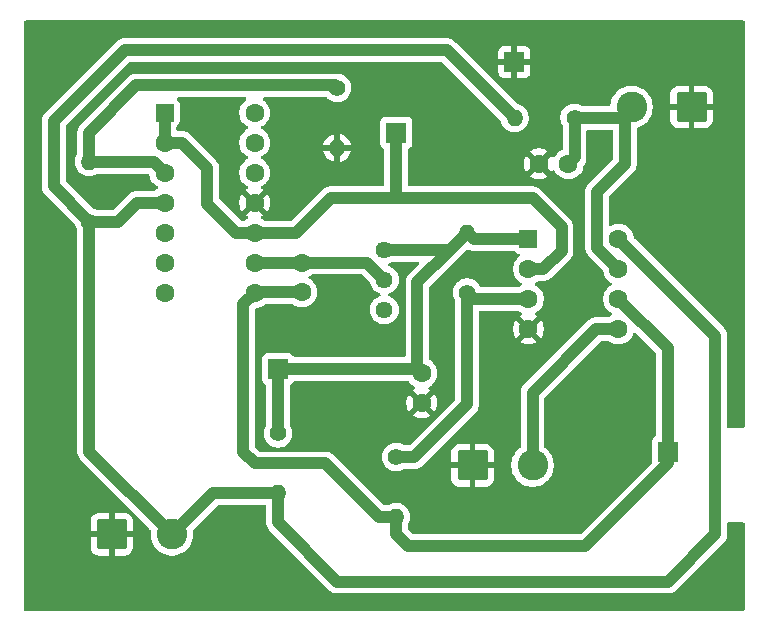
<source format=gbr>
%TF.GenerationSoftware,KiCad,Pcbnew,9.0.0*%
%TF.CreationDate,2025-05-27T13:33:43-03:00*%
%TF.ProjectId,pwm_pcb,70776d5f-7063-4622-9e6b-696361645f70,rev?*%
%TF.SameCoordinates,Original*%
%TF.FileFunction,Copper,L2,Bot*%
%TF.FilePolarity,Positive*%
%FSLAX46Y46*%
G04 Gerber Fmt 4.6, Leading zero omitted, Abs format (unit mm)*
G04 Created by KiCad (PCBNEW 9.0.0) date 2025-05-27 13:33:43*
%MOMM*%
%LPD*%
G01*
G04 APERTURE LIST*
G04 Aperture macros list*
%AMRoundRect*
0 Rectangle with rounded corners*
0 $1 Rounding radius*
0 $2 $3 $4 $5 $6 $7 $8 $9 X,Y pos of 4 corners*
0 Add a 4 corners polygon primitive as box body*
4,1,4,$2,$3,$4,$5,$6,$7,$8,$9,$2,$3,0*
0 Add four circle primitives for the rounded corners*
1,1,$1+$1,$2,$3*
1,1,$1+$1,$4,$5*
1,1,$1+$1,$6,$7*
1,1,$1+$1,$8,$9*
0 Add four rect primitives between the rounded corners*
20,1,$1+$1,$2,$3,$4,$5,0*
20,1,$1+$1,$4,$5,$6,$7,0*
20,1,$1+$1,$6,$7,$8,$9,0*
20,1,$1+$1,$8,$9,$2,$3,0*%
G04 Aperture macros list end*
%TA.AperFunction,ComponentPad*%
%ADD10RoundRect,0.250000X-1.050000X-1.050000X1.050000X-1.050000X1.050000X1.050000X-1.050000X1.050000X0*%
%TD*%
%TA.AperFunction,ComponentPad*%
%ADD11C,2.600000*%
%TD*%
%TA.AperFunction,ComponentPad*%
%ADD12R,1.700000X1.700000*%
%TD*%
%TA.AperFunction,ComponentPad*%
%ADD13RoundRect,0.250000X1.050000X1.050000X-1.050000X1.050000X-1.050000X-1.050000X1.050000X-1.050000X0*%
%TD*%
%TA.AperFunction,ComponentPad*%
%ADD14C,1.600000*%
%TD*%
%TA.AperFunction,ComponentPad*%
%ADD15C,1.400000*%
%TD*%
%TA.AperFunction,ComponentPad*%
%ADD16O,1.400000X1.400000*%
%TD*%
%TA.AperFunction,ComponentPad*%
%ADD17RoundRect,0.250000X-0.550000X-0.550000X0.550000X-0.550000X0.550000X0.550000X-0.550000X0.550000X0*%
%TD*%
%TA.AperFunction,ComponentPad*%
%ADD18C,1.440000*%
%TD*%
%TA.AperFunction,Conductor*%
%ADD19C,1.000000*%
%TD*%
G04 APERTURE END LIST*
D10*
%TO.P,J2,1,Pin_1*%
%TO.N,GND*%
X156455000Y-108172500D03*
D11*
%TO.P,J2,2,Pin_2*%
%TO.N,Vr*%
X161535000Y-108172500D03*
%TD*%
D12*
%TO.P,J5,1,Pin_1*%
%TO.N,Vb*%
X173000000Y-107000000D03*
%TD*%
D10*
%TO.P,J1,1,Pin_1*%
%TO.N,GND*%
X125920000Y-114000000D03*
D11*
%TO.P,J1,2,Pin_2*%
%TO.N,Vcc*%
X131000000Y-114000000D03*
%TD*%
D13*
%TO.P,J3,1,Pin_1*%
%TO.N,GND*%
X175000000Y-77827500D03*
D11*
%TO.P,J3,2,Pin_2*%
%TO.N,Vg*%
X169920000Y-77827500D03*
%TD*%
D14*
%TO.P,C1,1*%
%TO.N,Net-(U2C--)*%
X142000000Y-91000000D03*
%TO.P,C1,2*%
%TO.N,Vb*%
X142000000Y-93500000D03*
%TD*%
D15*
%TO.P,R3,1*%
%TO.N,Net-(U1A-+)*%
X156000000Y-93540000D03*
D16*
%TO.P,R3,2*%
%TO.N,Va*%
X156000000Y-88460000D03*
%TD*%
D12*
%TO.P,J8,1,Pin_1*%
%TO.N,GND*%
X160000000Y-74000000D03*
%TD*%
D15*
%TO.P,R2,1*%
%TO.N,Vcc*%
X124000000Y-87540000D03*
D16*
%TO.P,R2,2*%
%TO.N,Net-(U2A-+)*%
X124000000Y-82460000D03*
%TD*%
D17*
%TO.P,U1,1*%
%TO.N,Va*%
X161195000Y-89000000D03*
D14*
%TO.P,U1,2,-*%
%TO.N,Net-(J7-Pin_1)*%
X161195000Y-91540000D03*
%TO.P,U1,3,+*%
%TO.N,Net-(U1A-+)*%
X161195000Y-94080000D03*
%TO.P,U1,4,V-*%
%TO.N,GND*%
X161195000Y-96620000D03*
%TO.P,U1,5,+*%
%TO.N,Vr*%
X168815000Y-96620000D03*
%TO.P,U1,6,-*%
%TO.N,Vb*%
X168815000Y-94080000D03*
%TO.P,U1,7*%
%TO.N,Vg*%
X168815000Y-91540000D03*
%TO.P,U1,8,V+*%
%TO.N,Vcc*%
X168815000Y-89000000D03*
%TD*%
%TO.P,C2,1*%
%TO.N,Vg*%
X164574337Y-82621247D03*
%TO.P,C2,2*%
%TO.N,GND*%
X162074337Y-82621247D03*
%TD*%
D15*
%TO.P,R7,1*%
%TO.N,Vg*%
X165100000Y-78740000D03*
D16*
%TO.P,R7,2*%
%TO.N,Vcc*%
X160020000Y-78740000D03*
%TD*%
D15*
%TO.P,R1,1*%
%TO.N,Net-(U2A-+)*%
X145000000Y-76200000D03*
D16*
%TO.P,R1,2*%
%TO.N,GND*%
X145000000Y-81280000D03*
%TD*%
D17*
%TO.P,U2,1*%
%TO.N,Net-(J7-Pin_1)*%
X130380000Y-78300000D03*
D14*
%TO.P,U2,2,-*%
X130380000Y-80840000D03*
%TO.P,U2,3,+*%
%TO.N,Net-(U2A-+)*%
X130380000Y-83380000D03*
%TO.P,U2,4,V+*%
%TO.N,Vcc*%
X130380000Y-85920000D03*
%TO.P,U2,5*%
%TO.N,N/C*%
X130380000Y-88460000D03*
%TO.P,U2,6*%
X130380000Y-91000000D03*
%TO.P,U2,7*%
X130380000Y-93540000D03*
%TO.P,U2,8*%
%TO.N,Vb*%
X138000000Y-93540000D03*
%TO.P,U2,9,-*%
%TO.N,Net-(U2C--)*%
X138000000Y-91000000D03*
%TO.P,U2,10,+*%
%TO.N,Net-(J7-Pin_1)*%
X138000000Y-88460000D03*
%TO.P,U2,11,V-*%
%TO.N,GND*%
X138000000Y-85920000D03*
%TO.P,U2,12*%
%TO.N,N/C*%
X138000000Y-83380000D03*
%TO.P,U2,13*%
X138000000Y-80840000D03*
%TO.P,U2,14*%
X138000000Y-78300000D03*
%TD*%
D15*
%TO.P,R4,1*%
%TO.N,Net-(U1A-+)*%
X150000000Y-107460000D03*
D16*
%TO.P,R4,2*%
%TO.N,Vb*%
X150000000Y-112540000D03*
%TD*%
D18*
%TO.P,R5,1*%
%TO.N,Va*%
X149000000Y-89920000D03*
%TO.P,R5,2*%
%TO.N,Net-(U2C--)*%
X149000000Y-92460000D03*
%TO.P,R5,3*%
%TO.N,N/C*%
X149000000Y-95000000D03*
%TD*%
D15*
%TO.P,R6,1*%
%TO.N,Va*%
X140000000Y-105460000D03*
D16*
%TO.P,R6,2*%
%TO.N,Vcc*%
X140000000Y-110540000D03*
%TD*%
D12*
%TO.P,J6,1,Pin_1*%
%TO.N,Va*%
X140000000Y-100000000D03*
%TD*%
%TO.P,J7,1,Pin_1*%
%TO.N,Net-(J7-Pin_1)*%
X150000000Y-80000000D03*
%TD*%
D14*
%TO.P,C3,1*%
%TO.N,Va*%
X152153980Y-100362386D03*
%TO.P,C3,2*%
%TO.N,GND*%
X152153980Y-102862386D03*
%TD*%
D19*
%TO.N,Va*%
X151791594Y-100000000D02*
X151791594Y-92668406D01*
X151791594Y-92668406D02*
X154540000Y-89920000D01*
X151791594Y-100000000D02*
X152153980Y-100362386D01*
X140000000Y-100000000D02*
X151791594Y-100000000D01*
%TO.N,Net-(U1A-+)*%
X156000000Y-103000000D02*
X156000000Y-93540000D01*
X151540000Y-107460000D02*
X156000000Y-103000000D01*
X150000000Y-107460000D02*
X151540000Y-107460000D01*
X161195000Y-94080000D02*
X156540000Y-94080000D01*
X156540000Y-94080000D02*
X156000000Y-93540000D01*
%TO.N,Vcc*%
X121000000Y-84540000D02*
X121000000Y-79000000D01*
X128080000Y-85920000D02*
X130380000Y-85920000D01*
X127000000Y-73000000D02*
X154280000Y-73000000D01*
X177000000Y-114000000D02*
X177000000Y-97185000D01*
X140000000Y-113000000D02*
X145000000Y-118000000D01*
X140000000Y-110540000D02*
X138000000Y-110540000D01*
X124000000Y-87540000D02*
X126460000Y-87540000D01*
X131000000Y-114000000D02*
X134460000Y-110540000D01*
X124000000Y-87540000D02*
X121000000Y-84540000D01*
X177000000Y-97185000D02*
X168815000Y-89000000D01*
X134460000Y-110540000D02*
X138000000Y-110540000D01*
X145000000Y-118000000D02*
X173000000Y-118000000D01*
X126460000Y-87540000D02*
X128080000Y-85920000D01*
X140000000Y-110540000D02*
X140000000Y-113000000D01*
X121000000Y-79000000D02*
X127000000Y-73000000D01*
X154280000Y-73000000D02*
X160020000Y-78740000D01*
X173000000Y-118000000D02*
X177000000Y-114000000D01*
X124000000Y-87540000D02*
X124000000Y-107000000D01*
X124000000Y-107000000D02*
X131000000Y-114000000D01*
%TO.N,Net-(U2C--)*%
X142000000Y-91000000D02*
X147540000Y-91000000D01*
X138000000Y-91000000D02*
X142000000Y-91000000D01*
X147540000Y-91000000D02*
X149000000Y-92460000D01*
%TO.N,Va*%
X156000000Y-88460000D02*
X156540000Y-89000000D01*
X149000000Y-89920000D02*
X154540000Y-89920000D01*
X140000000Y-105460000D02*
X140000000Y-100000000D01*
X154540000Y-89920000D02*
X156000000Y-88460000D01*
X156540000Y-89000000D02*
X161195000Y-89000000D01*
%TO.N,Vb*%
X168815000Y-94080000D02*
X173000000Y-98265000D01*
X151000000Y-115000000D02*
X166000000Y-115000000D01*
X137000000Y-94540000D02*
X138000000Y-93540000D01*
X138040000Y-93500000D02*
X138000000Y-93540000D01*
X150000000Y-114000000D02*
X151000000Y-115000000D01*
X150000000Y-112540000D02*
X150000000Y-114000000D01*
X173000000Y-108000000D02*
X173000000Y-107000000D01*
X138000000Y-108000000D02*
X137000000Y-107000000D01*
X142000000Y-93500000D02*
X138040000Y-93500000D01*
X148540000Y-112540000D02*
X144000000Y-108000000D01*
X166000000Y-115000000D02*
X173000000Y-108000000D01*
X150000000Y-112540000D02*
X148540000Y-112540000D01*
X144000000Y-108000000D02*
X138000000Y-108000000D01*
X137000000Y-107000000D02*
X137000000Y-94540000D01*
X173000000Y-98265000D02*
X173000000Y-107000000D01*
%TO.N,Net-(J7-Pin_1)*%
X150000000Y-80000000D02*
X150000000Y-85540000D01*
X134000000Y-83000000D02*
X134000000Y-86000000D01*
X162460000Y-91540000D02*
X164000000Y-90000000D01*
X161540000Y-85540000D02*
X150000000Y-85540000D01*
X130380000Y-80840000D02*
X131840000Y-80840000D01*
X130380000Y-80840000D02*
X130380000Y-78300000D01*
X134000000Y-86000000D02*
X136460000Y-88460000D01*
X164000000Y-88000000D02*
X161540000Y-85540000D01*
X144460000Y-85540000D02*
X150000000Y-85540000D01*
X131840000Y-80840000D02*
X134000000Y-83000000D01*
X141540000Y-88460000D02*
X144460000Y-85540000D01*
X138000000Y-88460000D02*
X141540000Y-88460000D01*
X136460000Y-88460000D02*
X138000000Y-88460000D01*
X164000000Y-90000000D02*
X164000000Y-88000000D01*
X161195000Y-91540000D02*
X162460000Y-91540000D01*
%TO.N,Net-(U2A-+)*%
X128000000Y-76000000D02*
X144800000Y-76000000D01*
X124000000Y-82460000D02*
X129460000Y-82460000D01*
X124000000Y-80000000D02*
X128000000Y-76000000D01*
X144800000Y-76000000D02*
X145000000Y-76200000D01*
X129460000Y-82460000D02*
X130380000Y-83380000D01*
X124000000Y-82460000D02*
X124000000Y-80000000D01*
%TO.N,Vr*%
X166915000Y-96620000D02*
X168815000Y-96620000D01*
X161535000Y-102000000D02*
X166915000Y-96620000D01*
X161535000Y-108172500D02*
X161535000Y-102000000D01*
%TO.N,Vg*%
X165100000Y-82095584D02*
X164574337Y-82621247D01*
X165100000Y-78740000D02*
X165100000Y-82095584D01*
X167000000Y-85000000D02*
X169373750Y-82626250D01*
X169373750Y-82626250D02*
X169373750Y-82000000D01*
X165100000Y-78740000D02*
X169007500Y-78740000D01*
X169007500Y-78740000D02*
X169920000Y-77827500D01*
X168815000Y-91540000D02*
X167000000Y-89725000D01*
X169920000Y-77827500D02*
X169373750Y-78373750D01*
X169373750Y-78373750D02*
X169373750Y-82000000D01*
X167000000Y-89725000D02*
X167000000Y-85000000D01*
%TD*%
%TA.AperFunction,Conductor*%
%TO.N,GND*%
G36*
X179442539Y-70520185D02*
G01*
X179488294Y-70572989D01*
X179499500Y-70624500D01*
X179499500Y-104876000D01*
X179479815Y-104943039D01*
X179427011Y-104988794D01*
X179375500Y-105000000D01*
X178124500Y-105000000D01*
X178057461Y-104980315D01*
X178011706Y-104927511D01*
X178000500Y-104876000D01*
X178000500Y-97086456D01*
X177962052Y-96893169D01*
X177962051Y-96893168D01*
X177962051Y-96893165D01*
X177957702Y-96882666D01*
X177891298Y-96722352D01*
X177886632Y-96711086D01*
X177886631Y-96711084D01*
X177777139Y-96547217D01*
X177634686Y-96404764D01*
X177634655Y-96404735D01*
X170141717Y-88911797D01*
X170108232Y-88850474D01*
X170106925Y-88843513D01*
X170083477Y-88695466D01*
X170083477Y-88695465D01*
X170051633Y-88597461D01*
X170020220Y-88500781D01*
X170020218Y-88500778D01*
X170020218Y-88500776D01*
X169968865Y-88399992D01*
X169927287Y-88318390D01*
X169874426Y-88245632D01*
X169806971Y-88152786D01*
X169662213Y-88008028D01*
X169496613Y-87887715D01*
X169496612Y-87887714D01*
X169496610Y-87887713D01*
X169422942Y-87850177D01*
X169314223Y-87794781D01*
X169119534Y-87731522D01*
X168944995Y-87703878D01*
X168917352Y-87699500D01*
X168712648Y-87699500D01*
X168688329Y-87703351D01*
X168510465Y-87731522D01*
X168315773Y-87794782D01*
X168180794Y-87863558D01*
X168112125Y-87876454D01*
X168047385Y-87850177D01*
X168007128Y-87793071D01*
X168000500Y-87753073D01*
X168000500Y-85465782D01*
X168020185Y-85398743D01*
X168036819Y-85378101D01*
X169052702Y-84362218D01*
X170150889Y-83264032D01*
X170154233Y-83259028D01*
X170260382Y-83100164D01*
X170321151Y-82953453D01*
X170335801Y-82918086D01*
X170374250Y-82724791D01*
X170374250Y-82527710D01*
X170374250Y-81901459D01*
X170374250Y-79664946D01*
X170393935Y-79597907D01*
X170446739Y-79552152D01*
X170466141Y-79545176D01*
X170499993Y-79536106D01*
X170718049Y-79445784D01*
X170922450Y-79327773D01*
X171109699Y-79184092D01*
X171276592Y-79017199D01*
X171420273Y-78829950D01*
X171538284Y-78625549D01*
X171628606Y-78407493D01*
X171689693Y-78179514D01*
X171720500Y-77945511D01*
X171720500Y-77709489D01*
X171689693Y-77475486D01*
X171628606Y-77247507D01*
X171538284Y-77029451D01*
X171538282Y-77029448D01*
X171538280Y-77029443D01*
X171422668Y-76829199D01*
X171420273Y-76825050D01*
X171345442Y-76727528D01*
X171345430Y-76727513D01*
X173200000Y-76727513D01*
X173200000Y-77577500D01*
X174399999Y-77577500D01*
X174374979Y-77637902D01*
X174350000Y-77763481D01*
X174350000Y-77891519D01*
X174374979Y-78017098D01*
X174399999Y-78077500D01*
X173200001Y-78077500D01*
X173200001Y-78927486D01*
X173210494Y-79030197D01*
X173265641Y-79196619D01*
X173265643Y-79196624D01*
X173357684Y-79345845D01*
X173481654Y-79469815D01*
X173630875Y-79561856D01*
X173630880Y-79561858D01*
X173797302Y-79617005D01*
X173797309Y-79617006D01*
X173900019Y-79627499D01*
X174749999Y-79627499D01*
X174750000Y-79627498D01*
X174750000Y-78427501D01*
X174810402Y-78452521D01*
X174935981Y-78477500D01*
X175064019Y-78477500D01*
X175189598Y-78452521D01*
X175250000Y-78427501D01*
X175250000Y-79627499D01*
X176099972Y-79627499D01*
X176099986Y-79627498D01*
X176202697Y-79617005D01*
X176369119Y-79561858D01*
X176369124Y-79561856D01*
X176518345Y-79469815D01*
X176642315Y-79345845D01*
X176734356Y-79196624D01*
X176734358Y-79196619D01*
X176789505Y-79030197D01*
X176789506Y-79030190D01*
X176799999Y-78927486D01*
X176800000Y-78927473D01*
X176800000Y-78077500D01*
X175600001Y-78077500D01*
X175625021Y-78017098D01*
X175650000Y-77891519D01*
X175650000Y-77763481D01*
X175625021Y-77637902D01*
X175600001Y-77577500D01*
X176799999Y-77577500D01*
X176799999Y-76727528D01*
X176799998Y-76727513D01*
X176789505Y-76624802D01*
X176734358Y-76458380D01*
X176734356Y-76458375D01*
X176642315Y-76309154D01*
X176518345Y-76185184D01*
X176369124Y-76093143D01*
X176369119Y-76093141D01*
X176202697Y-76037994D01*
X176202690Y-76037993D01*
X176099986Y-76027500D01*
X175250000Y-76027500D01*
X175250000Y-77227498D01*
X175189598Y-77202479D01*
X175064019Y-77177500D01*
X174935981Y-77177500D01*
X174810402Y-77202479D01*
X174750000Y-77227498D01*
X174750000Y-76027500D01*
X173900028Y-76027500D01*
X173900012Y-76027501D01*
X173797302Y-76037994D01*
X173630880Y-76093141D01*
X173630875Y-76093143D01*
X173481654Y-76185184D01*
X173357684Y-76309154D01*
X173265643Y-76458375D01*
X173265641Y-76458380D01*
X173210494Y-76624802D01*
X173210493Y-76624809D01*
X173200000Y-76727513D01*
X171345430Y-76727513D01*
X171276593Y-76637802D01*
X171276587Y-76637795D01*
X171109704Y-76470912D01*
X171109697Y-76470906D01*
X170922454Y-76327230D01*
X170922453Y-76327229D01*
X170922450Y-76327227D01*
X170840957Y-76280177D01*
X170718056Y-76209219D01*
X170718045Y-76209214D01*
X170499993Y-76118894D01*
X170272010Y-76057806D01*
X170038020Y-76027001D01*
X170038017Y-76027000D01*
X170038011Y-76027000D01*
X169801989Y-76027000D01*
X169801983Y-76027000D01*
X169801979Y-76027001D01*
X169567989Y-76057806D01*
X169340006Y-76118894D01*
X169121954Y-76209214D01*
X169121943Y-76209219D01*
X168917545Y-76327230D01*
X168730302Y-76470906D01*
X168730295Y-76470912D01*
X168563412Y-76637795D01*
X168563406Y-76637802D01*
X168419730Y-76825045D01*
X168301719Y-77029443D01*
X168301714Y-77029454D01*
X168211394Y-77247506D01*
X168150306Y-77475489D01*
X168129743Y-77631685D01*
X168101477Y-77695582D01*
X168043152Y-77734053D01*
X168006804Y-77739500D01*
X165805633Y-77739500D01*
X165738594Y-77719815D01*
X165732746Y-77715817D01*
X165729200Y-77713240D01*
X165560836Y-77627454D01*
X165381118Y-77569059D01*
X165194486Y-77539500D01*
X165194481Y-77539500D01*
X165005519Y-77539500D01*
X165005514Y-77539500D01*
X164818881Y-77569059D01*
X164639163Y-77627454D01*
X164470800Y-77713240D01*
X164383579Y-77776610D01*
X164317927Y-77824310D01*
X164317925Y-77824312D01*
X164317924Y-77824312D01*
X164184312Y-77957924D01*
X164184312Y-77957925D01*
X164184310Y-77957927D01*
X164146511Y-78009953D01*
X164073240Y-78110800D01*
X163987454Y-78279163D01*
X163929059Y-78458881D01*
X163899500Y-78645513D01*
X163899500Y-78834486D01*
X163929059Y-79021118D01*
X163987454Y-79200836D01*
X164073239Y-79369198D01*
X164073240Y-79369199D01*
X164075814Y-79372742D01*
X164099297Y-79438546D01*
X164099500Y-79445632D01*
X164099500Y-81327616D01*
X164079815Y-81394655D01*
X164031795Y-81438101D01*
X163892723Y-81508962D01*
X163727123Y-81629275D01*
X163582365Y-81774033D01*
X163462051Y-81939633D01*
X163434540Y-81993626D01*
X163386564Y-82044421D01*
X163318743Y-82061215D01*
X163252609Y-82038676D01*
X163213571Y-81993623D01*
X163186198Y-81939899D01*
X163153811Y-81895324D01*
X163153811Y-81895323D01*
X162474337Y-82574798D01*
X162474337Y-82568586D01*
X162447078Y-82466853D01*
X162394417Y-82375641D01*
X162319943Y-82301167D01*
X162228731Y-82248506D01*
X162126998Y-82221247D01*
X162120783Y-82221247D01*
X162800259Y-81541771D01*
X162800258Y-81541770D01*
X162755696Y-81509394D01*
X162755687Y-81509388D01*
X162573368Y-81416491D01*
X162378754Y-81353256D01*
X162176654Y-81321247D01*
X161972020Y-81321247D01*
X161769919Y-81353256D01*
X161575305Y-81416491D01*
X161392981Y-81509390D01*
X161348414Y-81541770D01*
X161348414Y-81541771D01*
X162027891Y-82221247D01*
X162021676Y-82221247D01*
X161919943Y-82248506D01*
X161828731Y-82301167D01*
X161754257Y-82375641D01*
X161701596Y-82466853D01*
X161674337Y-82568586D01*
X161674337Y-82574800D01*
X160994861Y-81895324D01*
X160994860Y-81895324D01*
X160962480Y-81939891D01*
X160869581Y-82122215D01*
X160806346Y-82316829D01*
X160774337Y-82518929D01*
X160774337Y-82723564D01*
X160806346Y-82925664D01*
X160869581Y-83120278D01*
X160962478Y-83302597D01*
X160962484Y-83302606D01*
X160994860Y-83347168D01*
X160994861Y-83347169D01*
X161674337Y-82667693D01*
X161674337Y-82673908D01*
X161701596Y-82775641D01*
X161754257Y-82866853D01*
X161828731Y-82941327D01*
X161919943Y-82993988D01*
X162021676Y-83021247D01*
X162027890Y-83021247D01*
X161348413Y-83700721D01*
X161392987Y-83733106D01*
X161575305Y-83826002D01*
X161769919Y-83889237D01*
X161972020Y-83921247D01*
X162176654Y-83921247D01*
X162378754Y-83889237D01*
X162573368Y-83826002D01*
X162755686Y-83733106D01*
X162800258Y-83700721D01*
X162120784Y-83021247D01*
X162126998Y-83021247D01*
X162228731Y-82993988D01*
X162319943Y-82941327D01*
X162394417Y-82866853D01*
X162447078Y-82775641D01*
X162474337Y-82673908D01*
X162474337Y-82667695D01*
X163153811Y-83347169D01*
X163153811Y-83347168D01*
X163186196Y-83302596D01*
X163213570Y-83248871D01*
X163261544Y-83198074D01*
X163329365Y-83181278D01*
X163395500Y-83203814D01*
X163434540Y-83248868D01*
X163462050Y-83302858D01*
X163582365Y-83468460D01*
X163727123Y-83613218D01*
X163847563Y-83700721D01*
X163892727Y-83733534D01*
X164008944Y-83792750D01*
X164075113Y-83826465D01*
X164075115Y-83826465D01*
X164075118Y-83826467D01*
X164179474Y-83860374D01*
X164269802Y-83889724D01*
X164370894Y-83905735D01*
X164471985Y-83921747D01*
X164471986Y-83921747D01*
X164676688Y-83921747D01*
X164676689Y-83921747D01*
X164878871Y-83889724D01*
X165073556Y-83826467D01*
X165255947Y-83733534D01*
X165348927Y-83665979D01*
X165421550Y-83613218D01*
X165421552Y-83613215D01*
X165421556Y-83613213D01*
X165566303Y-83468466D01*
X165566305Y-83468462D01*
X165566308Y-83468460D01*
X165633710Y-83375687D01*
X165686624Y-83302857D01*
X165779557Y-83120466D01*
X165842814Y-82925781D01*
X165867837Y-82767787D01*
X165871842Y-82757554D01*
X165871975Y-82750134D01*
X165887202Y-82718304D01*
X165941006Y-82637782D01*
X165986632Y-82569498D01*
X166024341Y-82478459D01*
X166039961Y-82440750D01*
X166039961Y-82440749D01*
X166062051Y-82387420D01*
X166079208Y-82301167D01*
X166096962Y-82211917D01*
X166099314Y-82200084D01*
X166100500Y-82194125D01*
X166100500Y-79864500D01*
X166120185Y-79797461D01*
X166172989Y-79751706D01*
X166224500Y-79740500D01*
X168249250Y-79740500D01*
X168316289Y-79760185D01*
X168362044Y-79812989D01*
X168373250Y-79864500D01*
X168373250Y-82160467D01*
X168353565Y-82227506D01*
X168336931Y-82248148D01*
X166362220Y-84222859D01*
X166362218Y-84222861D01*
X166292538Y-84292540D01*
X166222859Y-84362219D01*
X166113371Y-84526079D01*
X166113364Y-84526092D01*
X166037950Y-84708160D01*
X166037947Y-84708170D01*
X165999500Y-84901456D01*
X165999500Y-89823546D01*
X166001044Y-89831307D01*
X166037948Y-90016834D01*
X166037949Y-90016837D01*
X166060038Y-90070164D01*
X166113366Y-90198911D01*
X166113371Y-90198920D01*
X166222859Y-90362780D01*
X166222860Y-90362781D01*
X166222861Y-90362782D01*
X166362218Y-90502139D01*
X166362219Y-90502139D01*
X166369286Y-90509206D01*
X166369285Y-90509206D01*
X166369289Y-90509209D01*
X167488281Y-91628201D01*
X167521766Y-91689524D01*
X167523073Y-91696483D01*
X167546523Y-91844535D01*
X167609781Y-92039223D01*
X167647010Y-92112287D01*
X167695518Y-92207490D01*
X167702715Y-92221613D01*
X167823028Y-92387213D01*
X167967786Y-92531971D01*
X168094885Y-92624312D01*
X168133390Y-92652287D01*
X168212864Y-92692781D01*
X168226080Y-92699515D01*
X168276876Y-92747490D01*
X168293671Y-92815311D01*
X168271134Y-92881446D01*
X168226080Y-92920485D01*
X168133386Y-92967715D01*
X167967786Y-93088028D01*
X167823028Y-93232786D01*
X167702715Y-93398386D01*
X167609781Y-93580776D01*
X167546522Y-93775465D01*
X167514500Y-93977648D01*
X167514500Y-94182351D01*
X167546522Y-94384534D01*
X167609781Y-94579223D01*
X167702715Y-94761613D01*
X167823028Y-94927213D01*
X167967786Y-95071971D01*
X168122749Y-95184556D01*
X168133390Y-95192287D01*
X168224840Y-95238883D01*
X168226080Y-95239515D01*
X168276876Y-95287490D01*
X168293671Y-95355311D01*
X168271134Y-95421446D01*
X168226080Y-95460485D01*
X168133386Y-95507715D01*
X168012123Y-95595818D01*
X167946317Y-95619298D01*
X167939238Y-95619500D01*
X166816455Y-95619500D01*
X166719812Y-95638724D01*
X166623167Y-95657947D01*
X166623161Y-95657949D01*
X166569834Y-95680037D01*
X166569834Y-95680038D01*
X166524315Y-95698892D01*
X166441089Y-95733366D01*
X166441079Y-95733371D01*
X166277219Y-95842859D01*
X166226003Y-95894076D01*
X166137861Y-95982218D01*
X166137858Y-95982221D01*
X160897221Y-101222858D01*
X160897218Y-101222861D01*
X160827538Y-101292540D01*
X160757859Y-101362219D01*
X160648371Y-101526079D01*
X160648364Y-101526092D01*
X160572950Y-101708160D01*
X160572947Y-101708170D01*
X160534500Y-101901456D01*
X160534500Y-106609580D01*
X160514815Y-106676619D01*
X160485986Y-106707956D01*
X160345302Y-106815906D01*
X160345295Y-106815912D01*
X160178412Y-106982795D01*
X160178406Y-106982802D01*
X160034730Y-107170045D01*
X159916719Y-107374443D01*
X159916714Y-107374454D01*
X159826394Y-107592506D01*
X159765306Y-107820489D01*
X159734501Y-108054479D01*
X159734500Y-108054495D01*
X159734500Y-108290504D01*
X159734501Y-108290520D01*
X159760336Y-108486760D01*
X159765307Y-108524514D01*
X159782010Y-108586851D01*
X159826394Y-108752493D01*
X159916714Y-108970545D01*
X159916719Y-108970556D01*
X159945373Y-109020185D01*
X160034727Y-109174950D01*
X160034729Y-109174953D01*
X160034730Y-109174954D01*
X160178406Y-109362197D01*
X160178412Y-109362204D01*
X160345295Y-109529087D01*
X160345302Y-109529093D01*
X160361633Y-109541624D01*
X160532550Y-109672773D01*
X160663918Y-109748618D01*
X160736943Y-109790780D01*
X160736948Y-109790782D01*
X160736951Y-109790784D01*
X160955007Y-109881106D01*
X161182986Y-109942193D01*
X161416989Y-109973000D01*
X161416996Y-109973000D01*
X161653004Y-109973000D01*
X161653011Y-109973000D01*
X161887014Y-109942193D01*
X162114993Y-109881106D01*
X162333049Y-109790784D01*
X162537450Y-109672773D01*
X162724699Y-109529092D01*
X162891592Y-109362199D01*
X163035273Y-109174950D01*
X163153284Y-108970549D01*
X163243606Y-108752493D01*
X163304693Y-108524514D01*
X163335500Y-108290511D01*
X163335500Y-108054489D01*
X163304693Y-107820486D01*
X163243606Y-107592507D01*
X163153284Y-107374451D01*
X163153282Y-107374448D01*
X163153280Y-107374443D01*
X163065763Y-107222861D01*
X163035273Y-107170050D01*
X162948632Y-107057137D01*
X162891593Y-106982802D01*
X162891587Y-106982795D01*
X162724704Y-106815912D01*
X162724697Y-106815906D01*
X162584014Y-106707956D01*
X162542811Y-106651528D01*
X162535500Y-106609580D01*
X162535500Y-102465782D01*
X162555185Y-102398743D01*
X162571819Y-102378101D01*
X167293101Y-97656819D01*
X167354424Y-97623334D01*
X167380782Y-97620500D01*
X167939238Y-97620500D01*
X168006277Y-97640185D01*
X168012119Y-97644179D01*
X168133390Y-97732287D01*
X168248776Y-97791079D01*
X168315776Y-97825218D01*
X168315778Y-97825218D01*
X168315781Y-97825220D01*
X168420137Y-97859127D01*
X168510465Y-97888477D01*
X168611557Y-97904488D01*
X168712648Y-97920500D01*
X168712649Y-97920500D01*
X168917351Y-97920500D01*
X168917352Y-97920500D01*
X169119534Y-97888477D01*
X169314219Y-97825220D01*
X169496610Y-97732287D01*
X169623379Y-97640185D01*
X169662213Y-97611971D01*
X169662215Y-97611968D01*
X169662219Y-97611966D01*
X169806966Y-97467219D01*
X169806968Y-97467215D01*
X169806971Y-97467213D01*
X169859732Y-97394590D01*
X169927287Y-97301610D01*
X170020220Y-97119219D01*
X170060465Y-96995357D01*
X170099901Y-96937684D01*
X170164260Y-96910485D01*
X170233106Y-96922400D01*
X170266076Y-96945996D01*
X171963181Y-98643101D01*
X171996666Y-98704424D01*
X171999500Y-98730782D01*
X171999500Y-105585858D01*
X171979815Y-105652897D01*
X171927011Y-105698652D01*
X171918847Y-105702034D01*
X171907669Y-105706204D01*
X171907664Y-105706206D01*
X171792455Y-105792452D01*
X171792452Y-105792455D01*
X171706206Y-105907664D01*
X171706202Y-105907671D01*
X171655908Y-106042517D01*
X171649501Y-106102116D01*
X171649500Y-106102135D01*
X171649500Y-107884216D01*
X171629815Y-107951255D01*
X171613181Y-107971897D01*
X165621899Y-113963181D01*
X165560576Y-113996666D01*
X165534218Y-113999500D01*
X151465783Y-113999500D01*
X151398744Y-113979815D01*
X151378102Y-113963181D01*
X151036819Y-113621898D01*
X151003334Y-113560575D01*
X151000500Y-113534217D01*
X151000500Y-113245632D01*
X151020185Y-113178593D01*
X151024177Y-113172753D01*
X151026760Y-113169199D01*
X151112547Y-113000832D01*
X151170940Y-112821118D01*
X151174712Y-112797302D01*
X151200500Y-112634486D01*
X151200500Y-112445513D01*
X151170940Y-112258881D01*
X151112545Y-112079163D01*
X151026759Y-111910800D01*
X150915690Y-111757927D01*
X150782073Y-111624310D01*
X150629199Y-111513240D01*
X150609457Y-111503181D01*
X150460836Y-111427454D01*
X150281118Y-111369059D01*
X150094486Y-111339500D01*
X150094481Y-111339500D01*
X149905519Y-111339500D01*
X149905514Y-111339500D01*
X149718881Y-111369059D01*
X149539163Y-111427454D01*
X149370799Y-111513240D01*
X149367254Y-111515817D01*
X149301448Y-111539298D01*
X149294367Y-111539500D01*
X149005783Y-111539500D01*
X148938744Y-111519815D01*
X148918102Y-111503181D01*
X144784209Y-107369289D01*
X144784206Y-107369285D01*
X144784206Y-107369286D01*
X144777140Y-107362220D01*
X144777139Y-107362218D01*
X144637782Y-107222861D01*
X144556398Y-107168482D01*
X144473919Y-107113371D01*
X144473910Y-107113366D01*
X144345364Y-107060121D01*
X144345361Y-107060120D01*
X144338159Y-107057137D01*
X144291836Y-107037949D01*
X144195188Y-107018724D01*
X144190894Y-107017870D01*
X144190891Y-107017869D01*
X144098544Y-106999500D01*
X144098541Y-106999500D01*
X138465783Y-106999500D01*
X138398744Y-106979815D01*
X138378102Y-106963181D01*
X138036819Y-106621898D01*
X138003334Y-106560575D01*
X138000500Y-106534217D01*
X138000500Y-95005782D01*
X138009144Y-94976341D01*
X138015668Y-94946355D01*
X138019422Y-94941339D01*
X138020185Y-94938743D01*
X138036819Y-94918101D01*
X138088203Y-94866717D01*
X138149526Y-94833232D01*
X138156487Y-94831925D01*
X138304534Y-94808477D01*
X138499219Y-94745220D01*
X138681610Y-94652287D01*
X138847219Y-94531966D01*
X138847224Y-94531960D01*
X138849269Y-94530215D01*
X138850212Y-94529792D01*
X138851161Y-94529103D01*
X138851305Y-94529302D01*
X138913029Y-94501640D01*
X138929807Y-94500500D01*
X141124238Y-94500500D01*
X141191277Y-94520185D01*
X141197119Y-94524179D01*
X141318390Y-94612287D01*
X141434607Y-94671503D01*
X141500776Y-94705218D01*
X141500778Y-94705218D01*
X141500781Y-94705220D01*
X141528416Y-94714199D01*
X141695465Y-94768477D01*
X141796557Y-94784488D01*
X141897648Y-94800500D01*
X141897649Y-94800500D01*
X142102351Y-94800500D01*
X142102352Y-94800500D01*
X142304534Y-94768477D01*
X142499219Y-94705220D01*
X142681610Y-94612287D01*
X142792155Y-94531972D01*
X142847213Y-94491971D01*
X142847215Y-94491968D01*
X142847219Y-94491966D01*
X142991966Y-94347219D01*
X142991968Y-94347215D01*
X142991971Y-94347213D01*
X143063933Y-94248164D01*
X143112287Y-94181610D01*
X143205220Y-93999219D01*
X143268477Y-93804534D01*
X143300500Y-93602352D01*
X143300500Y-93397648D01*
X143274813Y-93235468D01*
X143268477Y-93195465D01*
X143224401Y-93059815D01*
X143205220Y-93000781D01*
X143205218Y-93000778D01*
X143205218Y-93000776D01*
X143171503Y-92934607D01*
X143112287Y-92818390D01*
X143102333Y-92804690D01*
X142991971Y-92652786D01*
X142847213Y-92508028D01*
X142681613Y-92387715D01*
X142681612Y-92387714D01*
X142681610Y-92387713D01*
X142628171Y-92360484D01*
X142623970Y-92356517D01*
X142618413Y-92354942D01*
X142598855Y-92332796D01*
X142577376Y-92312510D01*
X142575987Y-92306902D01*
X142572163Y-92302572D01*
X142567682Y-92273365D01*
X142560581Y-92244689D01*
X142562444Y-92239221D01*
X142561568Y-92233510D01*
X142573587Y-92206520D01*
X142583118Y-92178554D01*
X142588255Y-92173585D01*
X142589993Y-92169684D01*
X142602550Y-92159761D01*
X142616448Y-92146321D01*
X142622127Y-92142594D01*
X142681610Y-92112287D01*
X142805272Y-92022442D01*
X142807743Y-92020821D01*
X142838444Y-92011491D01*
X142868683Y-92000702D01*
X142874494Y-92000536D01*
X142874594Y-92000506D01*
X142874681Y-92000530D01*
X142875762Y-92000500D01*
X147074218Y-92000500D01*
X147141257Y-92020185D01*
X147161899Y-92036819D01*
X147769521Y-92644441D01*
X147803006Y-92705764D01*
X147804313Y-92712721D01*
X147809554Y-92745806D01*
X147868916Y-92928506D01*
X147956135Y-93099681D01*
X148069055Y-93255102D01*
X148204898Y-93390945D01*
X148360319Y-93503865D01*
X148511274Y-93580781D01*
X148531493Y-93591083D01*
X148596081Y-93612069D01*
X148653756Y-93651506D01*
X148680955Y-93715865D01*
X148669041Y-93784711D01*
X148621797Y-93836187D01*
X148596081Y-93847931D01*
X148531493Y-93868916D01*
X148360318Y-93956135D01*
X148311234Y-93991797D01*
X148204898Y-94069055D01*
X148204896Y-94069057D01*
X148204895Y-94069057D01*
X148069057Y-94204895D01*
X148069057Y-94204896D01*
X148069055Y-94204898D01*
X148037618Y-94248167D01*
X147956135Y-94360318D01*
X147868916Y-94531493D01*
X147809553Y-94714197D01*
X147779500Y-94903945D01*
X147779500Y-95096054D01*
X147809553Y-95285802D01*
X147868916Y-95468506D01*
X147945749Y-95619298D01*
X147956135Y-95639681D01*
X148069055Y-95795102D01*
X148204898Y-95930945D01*
X148360319Y-96043865D01*
X148511641Y-96120968D01*
X148531493Y-96131083D01*
X148622845Y-96160764D01*
X148714199Y-96190447D01*
X148903945Y-96220500D01*
X148903946Y-96220500D01*
X149096054Y-96220500D01*
X149096055Y-96220500D01*
X149285801Y-96190447D01*
X149468509Y-96131082D01*
X149639681Y-96043865D01*
X149795102Y-95930945D01*
X149930945Y-95795102D01*
X150043865Y-95639681D01*
X150131082Y-95468509D01*
X150190447Y-95285801D01*
X150220500Y-95096055D01*
X150220500Y-94903945D01*
X150190447Y-94714199D01*
X150146590Y-94579219D01*
X150131083Y-94531493D01*
X150085208Y-94441459D01*
X150043865Y-94360319D01*
X149930945Y-94204898D01*
X149795102Y-94069055D01*
X149639681Y-93956135D01*
X149533864Y-93902218D01*
X149468504Y-93868915D01*
X149403919Y-93847931D01*
X149346243Y-93808494D01*
X149319044Y-93744136D01*
X149330958Y-93675289D01*
X149378202Y-93623813D01*
X149403919Y-93612069D01*
X149468504Y-93591084D01*
X149468506Y-93591082D01*
X149468509Y-93591082D01*
X149639681Y-93503865D01*
X149795102Y-93390945D01*
X149930945Y-93255102D01*
X150043865Y-93099681D01*
X150131082Y-92928509D01*
X150190447Y-92745801D01*
X150220500Y-92556055D01*
X150220500Y-92363945D01*
X150190447Y-92174199D01*
X150145810Y-92036819D01*
X150131083Y-91991493D01*
X150131082Y-91991491D01*
X150043865Y-91820319D01*
X149930945Y-91664898D01*
X149795102Y-91529055D01*
X149639681Y-91416135D01*
X149468509Y-91328918D01*
X149468508Y-91328917D01*
X149468507Y-91328917D01*
X149403918Y-91307930D01*
X149346243Y-91268492D01*
X149319045Y-91204133D01*
X149330960Y-91135286D01*
X149378205Y-91083811D01*
X149403915Y-91072069D01*
X149468509Y-91051082D01*
X149639681Y-90963865D01*
X149666772Y-90944181D01*
X149732578Y-90920702D01*
X149739658Y-90920500D01*
X151825218Y-90920500D01*
X151892257Y-90940185D01*
X151938012Y-90992989D01*
X151947956Y-91062147D01*
X151918931Y-91125703D01*
X151912901Y-91132177D01*
X151153815Y-91891264D01*
X151153812Y-91891267D01*
X151084132Y-91960946D01*
X151014453Y-92030625D01*
X150904965Y-92194485D01*
X150904958Y-92194498D01*
X150858400Y-92306902D01*
X150854160Y-92317139D01*
X150831723Y-92371309D01*
X150829543Y-92376569D01*
X150791094Y-92569862D01*
X150791094Y-98875500D01*
X150771409Y-98942539D01*
X150718605Y-98988294D01*
X150667094Y-98999500D01*
X141414141Y-98999500D01*
X141347102Y-98979815D01*
X141301347Y-98927011D01*
X141297969Y-98918859D01*
X141293796Y-98907669D01*
X141293793Y-98907665D01*
X141293793Y-98907664D01*
X141207547Y-98792455D01*
X141207544Y-98792452D01*
X141092335Y-98706206D01*
X141092328Y-98706202D01*
X140957482Y-98655908D01*
X140957483Y-98655908D01*
X140897883Y-98649501D01*
X140897881Y-98649500D01*
X140897873Y-98649500D01*
X140897864Y-98649500D01*
X139102129Y-98649500D01*
X139102123Y-98649501D01*
X139042516Y-98655908D01*
X138907671Y-98706202D01*
X138907664Y-98706206D01*
X138792455Y-98792452D01*
X138792452Y-98792455D01*
X138706206Y-98907664D01*
X138706202Y-98907671D01*
X138655908Y-99042517D01*
X138649501Y-99102116D01*
X138649500Y-99102135D01*
X138649500Y-100897870D01*
X138649501Y-100897876D01*
X138655908Y-100957483D01*
X138706202Y-101092328D01*
X138706206Y-101092335D01*
X138792452Y-101207544D01*
X138792455Y-101207547D01*
X138907665Y-101293794D01*
X138907667Y-101293794D01*
X138907669Y-101293796D01*
X138918830Y-101297958D01*
X138974764Y-101339826D01*
X138999184Y-101405289D01*
X138999500Y-101414141D01*
X138999500Y-104754366D01*
X138979815Y-104821405D01*
X138975821Y-104827247D01*
X138973242Y-104830796D01*
X138887454Y-104999163D01*
X138829059Y-105178881D01*
X138799500Y-105365513D01*
X138799500Y-105554486D01*
X138829059Y-105741118D01*
X138887454Y-105920836D01*
X138949454Y-106042517D01*
X138973240Y-106089199D01*
X139084310Y-106242073D01*
X139217927Y-106375690D01*
X139370801Y-106486760D01*
X139450347Y-106527290D01*
X139539163Y-106572545D01*
X139539165Y-106572545D01*
X139539168Y-106572547D01*
X139635497Y-106603846D01*
X139718881Y-106630940D01*
X139905514Y-106660500D01*
X139905519Y-106660500D01*
X140094486Y-106660500D01*
X140281118Y-106630940D01*
X140308946Y-106621898D01*
X140460832Y-106572547D01*
X140629199Y-106486760D01*
X140782073Y-106375690D01*
X140915690Y-106242073D01*
X141026760Y-106089199D01*
X141112547Y-105920832D01*
X141170940Y-105741118D01*
X141200500Y-105554486D01*
X141200500Y-105365513D01*
X141170940Y-105178881D01*
X141112545Y-104999163D01*
X141026757Y-104830796D01*
X141024179Y-104827247D01*
X141000702Y-104761439D01*
X141000500Y-104754366D01*
X141000500Y-101414141D01*
X141020185Y-101347102D01*
X141072989Y-101301347D01*
X141081149Y-101297966D01*
X141092331Y-101293796D01*
X141207546Y-101207546D01*
X141293796Y-101092331D01*
X141297960Y-101081165D01*
X141339829Y-101025234D01*
X141405293Y-101000816D01*
X141414141Y-101000500D01*
X150946910Y-101000500D01*
X151013949Y-101020185D01*
X151047227Y-101051613D01*
X151076813Y-101092335D01*
X151162014Y-101209605D01*
X151306766Y-101354357D01*
X151472365Y-101474670D01*
X151472367Y-101474671D01*
X151472370Y-101474673D01*
X151526358Y-101502181D01*
X151577154Y-101550155D01*
X151593949Y-101617976D01*
X151571412Y-101684111D01*
X151526358Y-101723151D01*
X151472624Y-101750529D01*
X151428057Y-101782909D01*
X151428057Y-101782910D01*
X152107534Y-102462386D01*
X152101319Y-102462386D01*
X151999586Y-102489645D01*
X151908374Y-102542306D01*
X151833900Y-102616780D01*
X151781239Y-102707992D01*
X151753980Y-102809725D01*
X151753980Y-102815939D01*
X151074504Y-102136463D01*
X151074503Y-102136463D01*
X151042123Y-102181030D01*
X150949224Y-102363354D01*
X150885989Y-102557968D01*
X150853980Y-102760068D01*
X150853980Y-102964703D01*
X150885989Y-103166803D01*
X150949224Y-103361417D01*
X151042121Y-103543736D01*
X151042127Y-103543745D01*
X151074503Y-103588307D01*
X151074504Y-103588308D01*
X151753980Y-102908832D01*
X151753980Y-102915047D01*
X151781239Y-103016780D01*
X151833900Y-103107992D01*
X151908374Y-103182466D01*
X151999586Y-103235127D01*
X152101319Y-103262386D01*
X152107533Y-103262386D01*
X151428056Y-103941860D01*
X151472630Y-103974245D01*
X151654948Y-104067141D01*
X151849562Y-104130376D01*
X152051663Y-104162386D01*
X152256297Y-104162386D01*
X152458397Y-104130376D01*
X152653011Y-104067141D01*
X152835329Y-103974245D01*
X152879901Y-103941860D01*
X152200427Y-103262386D01*
X152206641Y-103262386D01*
X152308374Y-103235127D01*
X152399586Y-103182466D01*
X152474060Y-103107992D01*
X152526721Y-103016780D01*
X152553980Y-102915047D01*
X152553980Y-102908833D01*
X153233454Y-103588307D01*
X153265839Y-103543735D01*
X153358735Y-103361417D01*
X153421970Y-103166803D01*
X153453980Y-102964703D01*
X153453980Y-102760068D01*
X153421970Y-102557968D01*
X153358735Y-102363354D01*
X153265839Y-102181036D01*
X153233454Y-102136463D01*
X153233454Y-102136462D01*
X152553980Y-102815937D01*
X152553980Y-102809725D01*
X152526721Y-102707992D01*
X152474060Y-102616780D01*
X152399586Y-102542306D01*
X152308374Y-102489645D01*
X152206641Y-102462386D01*
X152200426Y-102462386D01*
X152879902Y-101782910D01*
X152879901Y-101782909D01*
X152835339Y-101750533D01*
X152835330Y-101750527D01*
X152781601Y-101723151D01*
X152730805Y-101675177D01*
X152714010Y-101607356D01*
X152736547Y-101541221D01*
X152781601Y-101502181D01*
X152835590Y-101474673D01*
X152931090Y-101405289D01*
X153001193Y-101354357D01*
X153001195Y-101354354D01*
X153001199Y-101354352D01*
X153145946Y-101209605D01*
X153145948Y-101209601D01*
X153145951Y-101209599D01*
X153231147Y-101092335D01*
X153266267Y-101043996D01*
X153359200Y-100861605D01*
X153422457Y-100666920D01*
X153454480Y-100464738D01*
X153454480Y-100260034D01*
X153422457Y-100057852D01*
X153359200Y-99863167D01*
X153359198Y-99863164D01*
X153359198Y-99863162D01*
X153325483Y-99796993D01*
X153266267Y-99680776D01*
X153258536Y-99670135D01*
X153145951Y-99515172D01*
X153001197Y-99370418D01*
X153001192Y-99370414D01*
X152843209Y-99255633D01*
X152800543Y-99200303D01*
X152792094Y-99155315D01*
X152792094Y-93134187D01*
X152811779Y-93067148D01*
X152828408Y-93046511D01*
X155177778Y-90697141D01*
X155177782Y-90697139D01*
X155317139Y-90557782D01*
X155317141Y-90557778D01*
X155952489Y-89922429D01*
X156013810Y-89888946D01*
X156083502Y-89893930D01*
X156087593Y-89895540D01*
X156172745Y-89930811D01*
X156248164Y-89962051D01*
X156385475Y-89989364D01*
X156441454Y-90000499D01*
X156441457Y-90000500D01*
X156441459Y-90000500D01*
X159982769Y-90000500D01*
X160049808Y-90020185D01*
X160070450Y-90036818D01*
X160176344Y-90142712D01*
X160325666Y-90234814D01*
X160407570Y-90261954D01*
X160465015Y-90301727D01*
X160491838Y-90366243D01*
X160479523Y-90435018D01*
X160441451Y-90479978D01*
X160347787Y-90548028D01*
X160347782Y-90548032D01*
X160203028Y-90692786D01*
X160082715Y-90858386D01*
X159989781Y-91040776D01*
X159926522Y-91235465D01*
X159894500Y-91437648D01*
X159894500Y-91642351D01*
X159926522Y-91844534D01*
X159989781Y-92039223D01*
X160027010Y-92112287D01*
X160075518Y-92207490D01*
X160082715Y-92221613D01*
X160203028Y-92387213D01*
X160347786Y-92531971D01*
X160474885Y-92624312D01*
X160513390Y-92652287D01*
X160592864Y-92692781D01*
X160606080Y-92699515D01*
X160656876Y-92747490D01*
X160673671Y-92815311D01*
X160651134Y-92881446D01*
X160606080Y-92920485D01*
X160513386Y-92967715D01*
X160392123Y-93055818D01*
X160326317Y-93079298D01*
X160319238Y-93079500D01*
X157188704Y-93079500D01*
X157121665Y-93059815D01*
X157078219Y-93011795D01*
X157055758Y-92967713D01*
X157026760Y-92910801D01*
X156915690Y-92757927D01*
X156782073Y-92624310D01*
X156629199Y-92513240D01*
X156618970Y-92508028D01*
X156460836Y-92427454D01*
X156281118Y-92369059D01*
X156094486Y-92339500D01*
X156094481Y-92339500D01*
X155905519Y-92339500D01*
X155905514Y-92339500D01*
X155718881Y-92369059D01*
X155539163Y-92427454D01*
X155370800Y-92513240D01*
X155292868Y-92569862D01*
X155217927Y-92624310D01*
X155217925Y-92624312D01*
X155217924Y-92624312D01*
X155084312Y-92757924D01*
X155084312Y-92757925D01*
X155084310Y-92757927D01*
X155050335Y-92804690D01*
X154973240Y-92910800D01*
X154887454Y-93079163D01*
X154829059Y-93258881D01*
X154799500Y-93445513D01*
X154799500Y-93634486D01*
X154829059Y-93821118D01*
X154887454Y-94000836D01*
X154973239Y-94169198D01*
X154973240Y-94169199D01*
X154975814Y-94172742D01*
X154999297Y-94238546D01*
X154999500Y-94245632D01*
X154999500Y-102534217D01*
X154979815Y-102601256D01*
X154963181Y-102621898D01*
X151161899Y-106423181D01*
X151100576Y-106456666D01*
X151074218Y-106459500D01*
X150705633Y-106459500D01*
X150638594Y-106439815D01*
X150632746Y-106435817D01*
X150629200Y-106433240D01*
X150460836Y-106347454D01*
X150281118Y-106289059D01*
X150094486Y-106259500D01*
X150094481Y-106259500D01*
X149905519Y-106259500D01*
X149905514Y-106259500D01*
X149718881Y-106289059D01*
X149539163Y-106347454D01*
X149370800Y-106433240D01*
X149334657Y-106459500D01*
X149217927Y-106544310D01*
X149217925Y-106544312D01*
X149217924Y-106544312D01*
X149084312Y-106677924D01*
X149084312Y-106677925D01*
X149084310Y-106677927D01*
X149062493Y-106707956D01*
X148973240Y-106830800D01*
X148887454Y-106999163D01*
X148829059Y-107178881D01*
X148799500Y-107365513D01*
X148799500Y-107554486D01*
X148829059Y-107741118D01*
X148887454Y-107920836D01*
X148955549Y-108054479D01*
X148973240Y-108089199D01*
X149084310Y-108242073D01*
X149217927Y-108375690D01*
X149370801Y-108486760D01*
X149444890Y-108524510D01*
X149539163Y-108572545D01*
X149539165Y-108572545D01*
X149539168Y-108572547D01*
X149635497Y-108603846D01*
X149718881Y-108630940D01*
X149905514Y-108660500D01*
X149905519Y-108660500D01*
X150094486Y-108660500D01*
X150281118Y-108630940D01*
X150460832Y-108572547D01*
X150629199Y-108486760D01*
X150632746Y-108484183D01*
X150698552Y-108460702D01*
X150705633Y-108460500D01*
X151638542Y-108460500D01*
X151669566Y-108454328D01*
X151735188Y-108441275D01*
X151831836Y-108422051D01*
X151885165Y-108399961D01*
X152013914Y-108346632D01*
X152131539Y-108268037D01*
X152131542Y-108268036D01*
X152157930Y-108250403D01*
X152177782Y-108237139D01*
X152317139Y-108097782D01*
X152317139Y-108097780D01*
X152327347Y-108087573D01*
X152327348Y-108087570D01*
X153342406Y-107072513D01*
X154655000Y-107072513D01*
X154655000Y-107922500D01*
X155854999Y-107922500D01*
X155829979Y-107982902D01*
X155805000Y-108108481D01*
X155805000Y-108236519D01*
X155829979Y-108362098D01*
X155854999Y-108422500D01*
X154655001Y-108422500D01*
X154655001Y-109272486D01*
X154665494Y-109375197D01*
X154720641Y-109541619D01*
X154720643Y-109541624D01*
X154812684Y-109690845D01*
X154936654Y-109814815D01*
X155085875Y-109906856D01*
X155085880Y-109906858D01*
X155252302Y-109962005D01*
X155252309Y-109962006D01*
X155355019Y-109972499D01*
X156204999Y-109972499D01*
X156205000Y-109972498D01*
X156205000Y-108772501D01*
X156265402Y-108797521D01*
X156390981Y-108822500D01*
X156519019Y-108822500D01*
X156644598Y-108797521D01*
X156705000Y-108772501D01*
X156705000Y-109972499D01*
X157554972Y-109972499D01*
X157554986Y-109972498D01*
X157657697Y-109962005D01*
X157824119Y-109906858D01*
X157824124Y-109906856D01*
X157973345Y-109814815D01*
X158097315Y-109690845D01*
X158189356Y-109541624D01*
X158189358Y-109541619D01*
X158244505Y-109375197D01*
X158244506Y-109375190D01*
X158254999Y-109272486D01*
X158255000Y-109272473D01*
X158255000Y-108422500D01*
X157055001Y-108422500D01*
X157080021Y-108362098D01*
X157105000Y-108236519D01*
X157105000Y-108108481D01*
X157080021Y-107982902D01*
X157055001Y-107922500D01*
X158254999Y-107922500D01*
X158254999Y-107072528D01*
X158254998Y-107072513D01*
X158244505Y-106969802D01*
X158189358Y-106803380D01*
X158189356Y-106803375D01*
X158097315Y-106654154D01*
X157973345Y-106530184D01*
X157824124Y-106438143D01*
X157824119Y-106438141D01*
X157657697Y-106382994D01*
X157657690Y-106382993D01*
X157554986Y-106372500D01*
X156705000Y-106372500D01*
X156705000Y-107572498D01*
X156644598Y-107547479D01*
X156519019Y-107522500D01*
X156390981Y-107522500D01*
X156265402Y-107547479D01*
X156205000Y-107572498D01*
X156205000Y-106372500D01*
X155355028Y-106372500D01*
X155355012Y-106372501D01*
X155252302Y-106382994D01*
X155085880Y-106438141D01*
X155085875Y-106438143D01*
X154936654Y-106530184D01*
X154812684Y-106654154D01*
X154720643Y-106803375D01*
X154720641Y-106803380D01*
X154665494Y-106969802D01*
X154665493Y-106969809D01*
X154655000Y-107072513D01*
X153342406Y-107072513D01*
X156777139Y-103637782D01*
X156814129Y-103582421D01*
X156886631Y-103473916D01*
X156886636Y-103473906D01*
X156962049Y-103291839D01*
X156962051Y-103291835D01*
X157000500Y-103098541D01*
X157000500Y-95204500D01*
X157020185Y-95137461D01*
X157072989Y-95091706D01*
X157124500Y-95080500D01*
X160319238Y-95080500D01*
X160386277Y-95100185D01*
X160392119Y-95104179D01*
X160513390Y-95192287D01*
X160606080Y-95239515D01*
X160606630Y-95239795D01*
X160657426Y-95287770D01*
X160674221Y-95355591D01*
X160651684Y-95421725D01*
X160606630Y-95460765D01*
X160513644Y-95508143D01*
X160469077Y-95540523D01*
X160469077Y-95540524D01*
X161148554Y-96220000D01*
X161142339Y-96220000D01*
X161040606Y-96247259D01*
X160949394Y-96299920D01*
X160874920Y-96374394D01*
X160822259Y-96465606D01*
X160795000Y-96567339D01*
X160795000Y-96573553D01*
X160115524Y-95894077D01*
X160115523Y-95894077D01*
X160083143Y-95938644D01*
X159990244Y-96120968D01*
X159927009Y-96315582D01*
X159895000Y-96517682D01*
X159895000Y-96722317D01*
X159927009Y-96924417D01*
X159990244Y-97119031D01*
X160083141Y-97301350D01*
X160083147Y-97301359D01*
X160115523Y-97345921D01*
X160115524Y-97345922D01*
X160795000Y-96666446D01*
X160795000Y-96672661D01*
X160822259Y-96774394D01*
X160874920Y-96865606D01*
X160949394Y-96940080D01*
X161040606Y-96992741D01*
X161142339Y-97020000D01*
X161148553Y-97020000D01*
X160469076Y-97699474D01*
X160513650Y-97731859D01*
X160695968Y-97824755D01*
X160890582Y-97887990D01*
X161092683Y-97920000D01*
X161297317Y-97920000D01*
X161499417Y-97887990D01*
X161694031Y-97824755D01*
X161876349Y-97731859D01*
X161920921Y-97699474D01*
X161241447Y-97020000D01*
X161247661Y-97020000D01*
X161349394Y-96992741D01*
X161440606Y-96940080D01*
X161515080Y-96865606D01*
X161567741Y-96774394D01*
X161595000Y-96672661D01*
X161595000Y-96666447D01*
X162274474Y-97345921D01*
X162306859Y-97301349D01*
X162399755Y-97119031D01*
X162462990Y-96924417D01*
X162495000Y-96722317D01*
X162495000Y-96517682D01*
X162462990Y-96315582D01*
X162399755Y-96120968D01*
X162306859Y-95938650D01*
X162274474Y-95894077D01*
X162274474Y-95894076D01*
X161595000Y-96573551D01*
X161595000Y-96567339D01*
X161567741Y-96465606D01*
X161515080Y-96374394D01*
X161440606Y-96299920D01*
X161349394Y-96247259D01*
X161247661Y-96220000D01*
X161241446Y-96220000D01*
X161920922Y-95540524D01*
X161920921Y-95540523D01*
X161876359Y-95508147D01*
X161876350Y-95508141D01*
X161783369Y-95460765D01*
X161732573Y-95412790D01*
X161715778Y-95344969D01*
X161738315Y-95278835D01*
X161783370Y-95239795D01*
X161783920Y-95239515D01*
X161876610Y-95192287D01*
X161952072Y-95137461D01*
X162042213Y-95071971D01*
X162042215Y-95071968D01*
X162042219Y-95071966D01*
X162186966Y-94927219D01*
X162186968Y-94927215D01*
X162186971Y-94927213D01*
X162239732Y-94854590D01*
X162307287Y-94761610D01*
X162400220Y-94579219D01*
X162463477Y-94384534D01*
X162495500Y-94182352D01*
X162495500Y-93977648D01*
X162474955Y-93847931D01*
X162463477Y-93775465D01*
X162432621Y-93680500D01*
X162400220Y-93580781D01*
X162400218Y-93580778D01*
X162400218Y-93580776D01*
X162331297Y-93445513D01*
X162307287Y-93398390D01*
X162296480Y-93383515D01*
X162186971Y-93232786D01*
X162042213Y-93088028D01*
X161876614Y-92967715D01*
X161870006Y-92964348D01*
X161783917Y-92920483D01*
X161733123Y-92872511D01*
X161716328Y-92804690D01*
X161738865Y-92738555D01*
X161783917Y-92699516D01*
X161876610Y-92652287D01*
X161997877Y-92564181D01*
X162063683Y-92540702D01*
X162070762Y-92540500D01*
X162558543Y-92540500D01*
X162601444Y-92531966D01*
X162721757Y-92508034D01*
X162751836Y-92502051D01*
X162805165Y-92479961D01*
X162933914Y-92426632D01*
X163097782Y-92317139D01*
X163237139Y-92177782D01*
X163237139Y-92177780D01*
X163244206Y-92170714D01*
X163244209Y-92170710D01*
X164637778Y-90777141D01*
X164637782Y-90777139D01*
X164777139Y-90637782D01*
X164886632Y-90473914D01*
X164951052Y-90318390D01*
X164958461Y-90300503D01*
X164959512Y-90297964D01*
X164962051Y-90291836D01*
X164962417Y-90289999D01*
X164991714Y-90142712D01*
X164991714Y-90142711D01*
X165000500Y-90098541D01*
X165000500Y-87901459D01*
X165000500Y-87901456D01*
X164984518Y-87821114D01*
X164973393Y-87765186D01*
X164962051Y-87708164D01*
X164921183Y-87609500D01*
X164916526Y-87598256D01*
X164886635Y-87526092D01*
X164886628Y-87526079D01*
X164777140Y-87362219D01*
X164715124Y-87300203D01*
X164637782Y-87222861D01*
X164637781Y-87222860D01*
X162324208Y-84909288D01*
X162324206Y-84909285D01*
X162324206Y-84909286D01*
X162317139Y-84902219D01*
X162317139Y-84902218D01*
X162177782Y-84762861D01*
X162177781Y-84762860D01*
X162177780Y-84762859D01*
X162013920Y-84653371D01*
X162013911Y-84653366D01*
X161941315Y-84623296D01*
X161885165Y-84600038D01*
X161831836Y-84577949D01*
X161831832Y-84577948D01*
X161831828Y-84577946D01*
X161735188Y-84558724D01*
X161638544Y-84539500D01*
X161638541Y-84539500D01*
X151124500Y-84539500D01*
X151057461Y-84519815D01*
X151011706Y-84467011D01*
X151000500Y-84415500D01*
X151000500Y-81414141D01*
X151020185Y-81347102D01*
X151072989Y-81301347D01*
X151081149Y-81297966D01*
X151092331Y-81293796D01*
X151207546Y-81207546D01*
X151293796Y-81092331D01*
X151344091Y-80957483D01*
X151350500Y-80897873D01*
X151350499Y-79102128D01*
X151344091Y-79042517D01*
X151339493Y-79030190D01*
X151293797Y-78907671D01*
X151293793Y-78907664D01*
X151207546Y-78792454D01*
X151207544Y-78792452D01*
X151092335Y-78706206D01*
X151092328Y-78706202D01*
X150957482Y-78655908D01*
X150957483Y-78655908D01*
X150897883Y-78649501D01*
X150897881Y-78649500D01*
X150897873Y-78649500D01*
X150897864Y-78649500D01*
X149102129Y-78649500D01*
X149102123Y-78649501D01*
X149042516Y-78655908D01*
X148907671Y-78706202D01*
X148907664Y-78706206D01*
X148792455Y-78792452D01*
X148792454Y-78792454D01*
X148706206Y-78907664D01*
X148706202Y-78907671D01*
X148655908Y-79042517D01*
X148649501Y-79102116D01*
X148649501Y-79102123D01*
X148649500Y-79102135D01*
X148649500Y-80897870D01*
X148649501Y-80897876D01*
X148655908Y-80957483D01*
X148706202Y-81092328D01*
X148706206Y-81092335D01*
X148792452Y-81207544D01*
X148792455Y-81207547D01*
X148907665Y-81293794D01*
X148907667Y-81293794D01*
X148907669Y-81293796D01*
X148918830Y-81297958D01*
X148974764Y-81339826D01*
X148999184Y-81405289D01*
X148999500Y-81414141D01*
X148999500Y-84415500D01*
X148979815Y-84482539D01*
X148927011Y-84528294D01*
X148875500Y-84539500D01*
X144564675Y-84539500D01*
X144564655Y-84539499D01*
X144558541Y-84539499D01*
X144361460Y-84539499D01*
X144361457Y-84539499D01*
X144168172Y-84577946D01*
X144168164Y-84577948D01*
X143986088Y-84653366D01*
X143986079Y-84653371D01*
X143822219Y-84762859D01*
X143822215Y-84762862D01*
X141161899Y-87423181D01*
X141100576Y-87456666D01*
X141074218Y-87459500D01*
X138875762Y-87459500D01*
X138808723Y-87439815D01*
X138802877Y-87435818D01*
X138681611Y-87347713D01*
X138588369Y-87300203D01*
X138537574Y-87252229D01*
X138520779Y-87184407D01*
X138543317Y-87118273D01*
X138588371Y-87079234D01*
X138681346Y-87031861D01*
X138681347Y-87031861D01*
X138725921Y-86999474D01*
X138046447Y-86320000D01*
X138052661Y-86320000D01*
X138154394Y-86292741D01*
X138245606Y-86240080D01*
X138320080Y-86165606D01*
X138372741Y-86074394D01*
X138400000Y-85972661D01*
X138400000Y-85966447D01*
X139079474Y-86645921D01*
X139111859Y-86601349D01*
X139204755Y-86419031D01*
X139267990Y-86224417D01*
X139300000Y-86022317D01*
X139300000Y-85817682D01*
X139267990Y-85615582D01*
X139204755Y-85420968D01*
X139111859Y-85238650D01*
X139079474Y-85194077D01*
X139079474Y-85194076D01*
X138400000Y-85873551D01*
X138400000Y-85867339D01*
X138372741Y-85765606D01*
X138320080Y-85674394D01*
X138245606Y-85599920D01*
X138154394Y-85547259D01*
X138052661Y-85520000D01*
X138046446Y-85520000D01*
X138725922Y-84840524D01*
X138725921Y-84840523D01*
X138681359Y-84808147D01*
X138681350Y-84808141D01*
X138588369Y-84760765D01*
X138537573Y-84712790D01*
X138520778Y-84644969D01*
X138543315Y-84578835D01*
X138588370Y-84539795D01*
X138610942Y-84528294D01*
X138681610Y-84492287D01*
X138731144Y-84456298D01*
X138847213Y-84371971D01*
X138847215Y-84371968D01*
X138847219Y-84371966D01*
X138991966Y-84227219D01*
X138991968Y-84227215D01*
X138991971Y-84227213D01*
X139065811Y-84125579D01*
X139112287Y-84061610D01*
X139205220Y-83879219D01*
X139268477Y-83684534D01*
X139300500Y-83482352D01*
X139300500Y-83277648D01*
X139275605Y-83120470D01*
X139268477Y-83075465D01*
X139228866Y-82953556D01*
X139205220Y-82880781D01*
X139205218Y-82880778D01*
X139205218Y-82880776D01*
X139151648Y-82775641D01*
X139112287Y-82698390D01*
X139094500Y-82673908D01*
X138991971Y-82532786D01*
X138847213Y-82388028D01*
X138681614Y-82267715D01*
X138643914Y-82248506D01*
X138588917Y-82220483D01*
X138538123Y-82172511D01*
X138521328Y-82104690D01*
X138543865Y-82038555D01*
X138588917Y-81999516D01*
X138681610Y-81952287D01*
X138741273Y-81908940D01*
X138847213Y-81831971D01*
X138847215Y-81831968D01*
X138847219Y-81831966D01*
X138991966Y-81687219D01*
X138991968Y-81687215D01*
X138991971Y-81687213D01*
X139106191Y-81530000D01*
X143824638Y-81530000D01*
X143829548Y-81561002D01*
X143887914Y-81740637D01*
X143973670Y-81908940D01*
X144084685Y-82061741D01*
X144084689Y-82061746D01*
X144218253Y-82195310D01*
X144218258Y-82195314D01*
X144371059Y-82306329D01*
X144539362Y-82392085D01*
X144718997Y-82450451D01*
X144750000Y-82455362D01*
X144750000Y-82455361D01*
X145250000Y-82455361D01*
X145281002Y-82450451D01*
X145460637Y-82392085D01*
X145628940Y-82306329D01*
X145781741Y-82195314D01*
X145781746Y-82195310D01*
X145915310Y-82061746D01*
X145915314Y-82061741D01*
X146026329Y-81908940D01*
X146112085Y-81740637D01*
X146170451Y-81561002D01*
X146175362Y-81530000D01*
X145250000Y-81530000D01*
X145250000Y-82455361D01*
X144750000Y-82455361D01*
X144750000Y-81530000D01*
X143824638Y-81530000D01*
X139106191Y-81530000D01*
X139112284Y-81521614D01*
X139112285Y-81521613D01*
X139112287Y-81521610D01*
X139205220Y-81339219D01*
X139239433Y-81233922D01*
X144650000Y-81233922D01*
X144650000Y-81326078D01*
X144673852Y-81415095D01*
X144719930Y-81494905D01*
X144785095Y-81560070D01*
X144864905Y-81606148D01*
X144953922Y-81630000D01*
X145046078Y-81630000D01*
X145135095Y-81606148D01*
X145214905Y-81560070D01*
X145280070Y-81494905D01*
X145326148Y-81415095D01*
X145350000Y-81326078D01*
X145350000Y-81233922D01*
X145326148Y-81144905D01*
X145280070Y-81065095D01*
X145244975Y-81030000D01*
X145250000Y-81030000D01*
X146175362Y-81030000D01*
X146170451Y-80998997D01*
X146112085Y-80819362D01*
X146026329Y-80651059D01*
X145915314Y-80498258D01*
X145915310Y-80498253D01*
X145781746Y-80364689D01*
X145781741Y-80364685D01*
X145628940Y-80253670D01*
X145460635Y-80167913D01*
X145281004Y-80109549D01*
X145280995Y-80109547D01*
X145250000Y-80104637D01*
X145250000Y-81030000D01*
X145244975Y-81030000D01*
X145214905Y-80999930D01*
X145135095Y-80953852D01*
X145046078Y-80930000D01*
X144953922Y-80930000D01*
X144864905Y-80953852D01*
X144785095Y-80999930D01*
X144719930Y-81065095D01*
X144673852Y-81144905D01*
X144650000Y-81233922D01*
X139239433Y-81233922D01*
X139268477Y-81144534D01*
X139286618Y-81030000D01*
X143824638Y-81030000D01*
X144750000Y-81030000D01*
X144750000Y-80104637D01*
X144749999Y-80104637D01*
X144719004Y-80109547D01*
X144718995Y-80109549D01*
X144539364Y-80167913D01*
X144371059Y-80253670D01*
X144218258Y-80364685D01*
X144218253Y-80364689D01*
X144084689Y-80498253D01*
X144084685Y-80498258D01*
X143973670Y-80651059D01*
X143887914Y-80819362D01*
X143829548Y-80998997D01*
X143824638Y-81030000D01*
X139286618Y-81030000D01*
X139300500Y-80942352D01*
X139300500Y-80737648D01*
X139268477Y-80535466D01*
X139256387Y-80498258D01*
X139205218Y-80340776D01*
X139171503Y-80274607D01*
X139112287Y-80158390D01*
X139104556Y-80147749D01*
X138991971Y-79992786D01*
X138847213Y-79848028D01*
X138681614Y-79727715D01*
X138675006Y-79724348D01*
X138588917Y-79680483D01*
X138538123Y-79632511D01*
X138521328Y-79564690D01*
X138543865Y-79498555D01*
X138588917Y-79459516D01*
X138681610Y-79412287D01*
X138702770Y-79396913D01*
X138847213Y-79291971D01*
X138847215Y-79291968D01*
X138847219Y-79291966D01*
X138991966Y-79147219D01*
X138991968Y-79147215D01*
X138991971Y-79147213D01*
X139068036Y-79042517D01*
X139112287Y-78981610D01*
X139205220Y-78799219D01*
X139268477Y-78604534D01*
X139300500Y-78402352D01*
X139300500Y-78197648D01*
X139270772Y-78009953D01*
X139268477Y-77995465D01*
X139234703Y-77891519D01*
X139205220Y-77800781D01*
X139205218Y-77800778D01*
X139205218Y-77800776D01*
X139163966Y-77719815D01*
X139112287Y-77618390D01*
X139076447Y-77569060D01*
X138991971Y-77452786D01*
X138847219Y-77308034D01*
X138810480Y-77281342D01*
X138732681Y-77224818D01*
X138690016Y-77169489D01*
X138684037Y-77099875D01*
X138716642Y-77038080D01*
X138777481Y-77003723D01*
X138805567Y-77000500D01*
X144051375Y-77000500D01*
X144118414Y-77020185D01*
X144139056Y-77036819D01*
X144217927Y-77115690D01*
X144370801Y-77226760D01*
X144419313Y-77251478D01*
X144539163Y-77312545D01*
X144539165Y-77312545D01*
X144539168Y-77312547D01*
X144570145Y-77322612D01*
X144718881Y-77370940D01*
X144905514Y-77400500D01*
X144905519Y-77400500D01*
X145094486Y-77400500D01*
X145281118Y-77370940D01*
X145460832Y-77312547D01*
X145629199Y-77226760D01*
X145782073Y-77115690D01*
X145915690Y-76982073D01*
X146026760Y-76829199D01*
X146112547Y-76660832D01*
X146170940Y-76481118D01*
X146174542Y-76458375D01*
X146200500Y-76294486D01*
X146200500Y-76105513D01*
X146170940Y-75918881D01*
X146112545Y-75739163D01*
X146026759Y-75570800D01*
X145915690Y-75417927D01*
X145782073Y-75284310D01*
X145629199Y-75173240D01*
X145460836Y-75087454D01*
X145281118Y-75029059D01*
X145094486Y-74999500D01*
X145094481Y-74999500D01*
X144905519Y-74999500D01*
X144898541Y-74999500D01*
X127901459Y-74999500D01*
X127901455Y-74999500D01*
X127804812Y-75018724D01*
X127708167Y-75037947D01*
X127708161Y-75037949D01*
X127654834Y-75060037D01*
X127654834Y-75060038D01*
X127609315Y-75078892D01*
X127526089Y-75113366D01*
X127526079Y-75113371D01*
X127362218Y-75222860D01*
X127362214Y-75222863D01*
X124362218Y-78222861D01*
X123362220Y-79222859D01*
X123362218Y-79222861D01*
X123293113Y-79291966D01*
X123222859Y-79362219D01*
X123113369Y-79526082D01*
X123083756Y-79597576D01*
X123082545Y-79600500D01*
X123037949Y-79708164D01*
X123031517Y-79740500D01*
X123029754Y-79749361D01*
X123029753Y-79749365D01*
X122999500Y-79901456D01*
X122999500Y-81754366D01*
X122979815Y-81821405D01*
X122975821Y-81827247D01*
X122973242Y-81830796D01*
X122887454Y-81999163D01*
X122829059Y-82178881D01*
X122799500Y-82365513D01*
X122799500Y-82554486D01*
X122829059Y-82741118D01*
X122887454Y-82920836D01*
X122966242Y-83075465D01*
X122973240Y-83089199D01*
X123084310Y-83242073D01*
X123217927Y-83375690D01*
X123370801Y-83486760D01*
X123390292Y-83496691D01*
X123539163Y-83572545D01*
X123539165Y-83572545D01*
X123539168Y-83572547D01*
X123635497Y-83603846D01*
X123718881Y-83630940D01*
X123905514Y-83660500D01*
X123905519Y-83660500D01*
X124094486Y-83660500D01*
X124281118Y-83630940D01*
X124335660Y-83613218D01*
X124460832Y-83572547D01*
X124629199Y-83486760D01*
X124632746Y-83484183D01*
X124698552Y-83460702D01*
X124705633Y-83460500D01*
X128970133Y-83460500D01*
X129037172Y-83480185D01*
X129082927Y-83532989D01*
X129092606Y-83565101D01*
X129111523Y-83684535D01*
X129174781Y-83879223D01*
X129267715Y-84061613D01*
X129388028Y-84227213D01*
X129532786Y-84371971D01*
X129663600Y-84467011D01*
X129698390Y-84492287D01*
X129764736Y-84526092D01*
X129791080Y-84539515D01*
X129841876Y-84587490D01*
X129858671Y-84655311D01*
X129836134Y-84721446D01*
X129791080Y-84760485D01*
X129698386Y-84807715D01*
X129577123Y-84895818D01*
X129511317Y-84919298D01*
X129504238Y-84919500D01*
X127981455Y-84919500D01*
X127884812Y-84938724D01*
X127788167Y-84957947D01*
X127788161Y-84957949D01*
X127734834Y-84980037D01*
X127734834Y-84980038D01*
X127689315Y-84998892D01*
X127606089Y-85033366D01*
X127606079Y-85033371D01*
X127442219Y-85142859D01*
X127407299Y-85177780D01*
X127302861Y-85282218D01*
X127302858Y-85282221D01*
X126081899Y-86503181D01*
X126020576Y-86536666D01*
X125994218Y-86539500D01*
X124705633Y-86539500D01*
X124638594Y-86519815D01*
X124632746Y-86515817D01*
X124629200Y-86513240D01*
X124460834Y-86427454D01*
X124460833Y-86427453D01*
X124460832Y-86427453D01*
X124281118Y-86369060D01*
X124281116Y-86369059D01*
X124281114Y-86369059D01*
X124281112Y-86369058D01*
X124276778Y-86368372D01*
X124213645Y-86338439D01*
X124208502Y-86333581D01*
X122036819Y-84161898D01*
X122003334Y-84100575D01*
X122000500Y-84074217D01*
X122000500Y-79465782D01*
X122020185Y-79398743D01*
X122036819Y-79378101D01*
X127378102Y-74036819D01*
X127439425Y-74003334D01*
X127465783Y-74000500D01*
X153814218Y-74000500D01*
X153881257Y-74020185D01*
X153901899Y-74036819D01*
X158813581Y-78948501D01*
X158847066Y-79009824D01*
X158848372Y-79016779D01*
X158849058Y-79021109D01*
X158849059Y-79021114D01*
X158849060Y-79021118D01*
X158907453Y-79200832D01*
X158993240Y-79369199D01*
X159104310Y-79522073D01*
X159237927Y-79655690D01*
X159390801Y-79766760D01*
X159470347Y-79807290D01*
X159559163Y-79852545D01*
X159559165Y-79852545D01*
X159559168Y-79852547D01*
X159637347Y-79877949D01*
X159738881Y-79910940D01*
X159925514Y-79940500D01*
X159925519Y-79940500D01*
X160114486Y-79940500D01*
X160301118Y-79910940D01*
X160480832Y-79852547D01*
X160649199Y-79766760D01*
X160802073Y-79655690D01*
X160935690Y-79522073D01*
X161046760Y-79369199D01*
X161132547Y-79200832D01*
X161190940Y-79021118D01*
X161197197Y-78981613D01*
X161220500Y-78834486D01*
X161220500Y-78645513D01*
X161190940Y-78458881D01*
X161132545Y-78279163D01*
X161081769Y-78179510D01*
X161046760Y-78110801D01*
X160935690Y-77957927D01*
X160802073Y-77824310D01*
X160649199Y-77713240D01*
X160480832Y-77627453D01*
X160301118Y-77569060D01*
X160301116Y-77569059D01*
X160301114Y-77569059D01*
X160301109Y-77569058D01*
X160296779Y-77568372D01*
X160233645Y-77538440D01*
X160228501Y-77533581D01*
X155797075Y-73102155D01*
X158650000Y-73102155D01*
X158650000Y-73750000D01*
X159566988Y-73750000D01*
X159534075Y-73807007D01*
X159500000Y-73934174D01*
X159500000Y-74065826D01*
X159534075Y-74192993D01*
X159566988Y-74250000D01*
X158650000Y-74250000D01*
X158650000Y-74897844D01*
X158656401Y-74957372D01*
X158656403Y-74957379D01*
X158706645Y-75092086D01*
X158706649Y-75092093D01*
X158792809Y-75207187D01*
X158792812Y-75207190D01*
X158907906Y-75293350D01*
X158907913Y-75293354D01*
X159042620Y-75343596D01*
X159042627Y-75343598D01*
X159102155Y-75349999D01*
X159102172Y-75350000D01*
X159750000Y-75350000D01*
X159750000Y-74433012D01*
X159807007Y-74465925D01*
X159934174Y-74500000D01*
X160065826Y-74500000D01*
X160192993Y-74465925D01*
X160250000Y-74433012D01*
X160250000Y-75350000D01*
X160897828Y-75350000D01*
X160897844Y-75349999D01*
X160957372Y-75343598D01*
X160957379Y-75343596D01*
X161092086Y-75293354D01*
X161092093Y-75293350D01*
X161207187Y-75207190D01*
X161207190Y-75207187D01*
X161293350Y-75092093D01*
X161293354Y-75092086D01*
X161343596Y-74957379D01*
X161343598Y-74957372D01*
X161349999Y-74897844D01*
X161350000Y-74897827D01*
X161350000Y-74250000D01*
X160433012Y-74250000D01*
X160465925Y-74192993D01*
X160500000Y-74065826D01*
X160500000Y-73934174D01*
X160465925Y-73807007D01*
X160433012Y-73750000D01*
X161350000Y-73750000D01*
X161350000Y-73102172D01*
X161349999Y-73102155D01*
X161343598Y-73042627D01*
X161343596Y-73042620D01*
X161293354Y-72907913D01*
X161293350Y-72907906D01*
X161207190Y-72792812D01*
X161207187Y-72792809D01*
X161092093Y-72706649D01*
X161092086Y-72706645D01*
X160957379Y-72656403D01*
X160957372Y-72656401D01*
X160897844Y-72650000D01*
X160250000Y-72650000D01*
X160250000Y-73566988D01*
X160192993Y-73534075D01*
X160065826Y-73500000D01*
X159934174Y-73500000D01*
X159807007Y-73534075D01*
X159750000Y-73566988D01*
X159750000Y-72650000D01*
X159102155Y-72650000D01*
X159042627Y-72656401D01*
X159042620Y-72656403D01*
X158907913Y-72706645D01*
X158907906Y-72706649D01*
X158792812Y-72792809D01*
X158792809Y-72792812D01*
X158706649Y-72907906D01*
X158706645Y-72907913D01*
X158656403Y-73042620D01*
X158656401Y-73042627D01*
X158650000Y-73102155D01*
X155797075Y-73102155D01*
X155061479Y-72366559D01*
X155061459Y-72366537D01*
X154917785Y-72222863D01*
X154917781Y-72222860D01*
X154753916Y-72113369D01*
X154753911Y-72113366D01*
X154681315Y-72083296D01*
X154625165Y-72060038D01*
X154571836Y-72037949D01*
X154571832Y-72037948D01*
X154571828Y-72037946D01*
X154475188Y-72018724D01*
X154378544Y-71999500D01*
X154378541Y-71999500D01*
X127098540Y-71999500D01*
X126901459Y-71999500D01*
X126901456Y-71999500D01*
X126708171Y-72037946D01*
X126708167Y-72037948D01*
X126708165Y-72037948D01*
X126708164Y-72037949D01*
X126632745Y-72069188D01*
X126632743Y-72069189D01*
X126526085Y-72113368D01*
X126526085Y-72113369D01*
X126526084Y-72113369D01*
X126362222Y-72222857D01*
X126362214Y-72222863D01*
X121857566Y-76727513D01*
X120362220Y-78222859D01*
X120362218Y-78222861D01*
X120305916Y-78279163D01*
X120222859Y-78362219D01*
X120113371Y-78526079D01*
X120113366Y-78526088D01*
X120065579Y-78641459D01*
X120037949Y-78708162D01*
X120037949Y-78708163D01*
X120037949Y-78708164D01*
X120021183Y-78792454D01*
X119999500Y-78901456D01*
X119999500Y-78901459D01*
X119999500Y-84638541D01*
X119999500Y-84638543D01*
X119999499Y-84638543D01*
X120037947Y-84831829D01*
X120037950Y-84831839D01*
X120113364Y-85013907D01*
X120113371Y-85013920D01*
X120222859Y-85177780D01*
X120222860Y-85177781D01*
X120222861Y-85177782D01*
X120362218Y-85317139D01*
X120362219Y-85317139D01*
X120369286Y-85324206D01*
X120369285Y-85324206D01*
X120369289Y-85324209D01*
X122793581Y-87748502D01*
X122827066Y-87809825D01*
X122828372Y-87816778D01*
X122829058Y-87821112D01*
X122829059Y-87821114D01*
X122829060Y-87821118D01*
X122887020Y-87999500D01*
X122887454Y-88000834D01*
X122966242Y-88155466D01*
X122973240Y-88169199D01*
X122975814Y-88172742D01*
X122999297Y-88238546D01*
X122999500Y-88245632D01*
X122999500Y-107098541D01*
X122999500Y-107098543D01*
X122999499Y-107098543D01*
X123037947Y-107291829D01*
X123037950Y-107291839D01*
X123113364Y-107473907D01*
X123113371Y-107473920D01*
X123222860Y-107637781D01*
X123222863Y-107637785D01*
X123366537Y-107781459D01*
X123366559Y-107781479D01*
X129187388Y-113602308D01*
X129220873Y-113663631D01*
X129222646Y-113706174D01*
X129199501Y-113881978D01*
X129199500Y-113881995D01*
X129199500Y-114118004D01*
X129199501Y-114118020D01*
X129230306Y-114352010D01*
X129291394Y-114579993D01*
X129381714Y-114798045D01*
X129381719Y-114798056D01*
X129452677Y-114920957D01*
X129499727Y-115002450D01*
X129499729Y-115002453D01*
X129499730Y-115002454D01*
X129643406Y-115189697D01*
X129643412Y-115189704D01*
X129810295Y-115356587D01*
X129810302Y-115356593D01*
X129826633Y-115369124D01*
X129997550Y-115500273D01*
X130128918Y-115576118D01*
X130201943Y-115618280D01*
X130201948Y-115618282D01*
X130201951Y-115618284D01*
X130420007Y-115708606D01*
X130647986Y-115769693D01*
X130881989Y-115800500D01*
X130881996Y-115800500D01*
X131118004Y-115800500D01*
X131118011Y-115800500D01*
X131352014Y-115769693D01*
X131579993Y-115708606D01*
X131798049Y-115618284D01*
X132002450Y-115500273D01*
X132189699Y-115356592D01*
X132356592Y-115189699D01*
X132500273Y-115002450D01*
X132618284Y-114798049D01*
X132708606Y-114579993D01*
X132769693Y-114352014D01*
X132800500Y-114118011D01*
X132800500Y-113881989D01*
X132777353Y-113706171D01*
X132788118Y-113637138D01*
X132812608Y-113602310D01*
X134838101Y-111576819D01*
X134899424Y-111543334D01*
X134925782Y-111540500D01*
X137901459Y-111540500D01*
X138875500Y-111540500D01*
X138942539Y-111560185D01*
X138988294Y-111612989D01*
X138999500Y-111664500D01*
X138999500Y-113098544D01*
X139037947Y-113291829D01*
X139037950Y-113291840D01*
X139045151Y-113309223D01*
X139048429Y-113317137D01*
X139050472Y-113322067D01*
X139050473Y-113322073D01*
X139050474Y-113322073D01*
X139113368Y-113473914D01*
X139113369Y-113473917D01*
X139222860Y-113637781D01*
X139222863Y-113637785D01*
X139366537Y-113781459D01*
X139366559Y-113781479D01*
X144219735Y-118634655D01*
X144219764Y-118634686D01*
X144362214Y-118777136D01*
X144362218Y-118777139D01*
X144526079Y-118886628D01*
X144526092Y-118886635D01*
X144654833Y-118939961D01*
X144697744Y-118957735D01*
X144708164Y-118962051D01*
X144804812Y-118981275D01*
X144853135Y-118990887D01*
X144901458Y-119000500D01*
X144901459Y-119000500D01*
X173098542Y-119000500D01*
X173129566Y-118994328D01*
X173195188Y-118981275D01*
X173291836Y-118962051D01*
X173345165Y-118939961D01*
X173473914Y-118886632D01*
X173637782Y-118777139D01*
X173777139Y-118637782D01*
X173777139Y-118637780D01*
X173787347Y-118627573D01*
X173787348Y-118627570D01*
X177777139Y-114637782D01*
X177777140Y-114637781D01*
X177886632Y-114473914D01*
X177962051Y-114291835D01*
X177974632Y-114228582D01*
X178000500Y-114098543D01*
X178000500Y-113124000D01*
X178020185Y-113056961D01*
X178072989Y-113011206D01*
X178124500Y-113000000D01*
X179375500Y-113000000D01*
X179442539Y-113019685D01*
X179488294Y-113072489D01*
X179499500Y-113124000D01*
X179499500Y-120375500D01*
X179479815Y-120442539D01*
X179427011Y-120488294D01*
X179375500Y-120499500D01*
X118624500Y-120499500D01*
X118557461Y-120479815D01*
X118511706Y-120427011D01*
X118500500Y-120375500D01*
X118500500Y-112900013D01*
X124120000Y-112900013D01*
X124120000Y-113750000D01*
X125319999Y-113750000D01*
X125294979Y-113810402D01*
X125270000Y-113935981D01*
X125270000Y-114064019D01*
X125294979Y-114189598D01*
X125319999Y-114250000D01*
X124120001Y-114250000D01*
X124120001Y-115099986D01*
X124130494Y-115202697D01*
X124185641Y-115369119D01*
X124185643Y-115369124D01*
X124277684Y-115518345D01*
X124401654Y-115642315D01*
X124550875Y-115734356D01*
X124550880Y-115734358D01*
X124717302Y-115789505D01*
X124717309Y-115789506D01*
X124820019Y-115799999D01*
X125669999Y-115799999D01*
X125670000Y-115799998D01*
X125670000Y-114600001D01*
X125730402Y-114625021D01*
X125855981Y-114650000D01*
X125984019Y-114650000D01*
X126109598Y-114625021D01*
X126170000Y-114600001D01*
X126170000Y-115799999D01*
X127019972Y-115799999D01*
X127019986Y-115799998D01*
X127122697Y-115789505D01*
X127289119Y-115734358D01*
X127289124Y-115734356D01*
X127438345Y-115642315D01*
X127562315Y-115518345D01*
X127654356Y-115369124D01*
X127654358Y-115369119D01*
X127709505Y-115202697D01*
X127709506Y-115202690D01*
X127719999Y-115099986D01*
X127720000Y-115099973D01*
X127720000Y-114250000D01*
X126520001Y-114250000D01*
X126545021Y-114189598D01*
X126570000Y-114064019D01*
X126570000Y-113935981D01*
X126545021Y-113810402D01*
X126520001Y-113750000D01*
X127719999Y-113750000D01*
X127719999Y-112900028D01*
X127719998Y-112900013D01*
X127709505Y-112797302D01*
X127654358Y-112630880D01*
X127654356Y-112630875D01*
X127562315Y-112481654D01*
X127438345Y-112357684D01*
X127289124Y-112265643D01*
X127289119Y-112265641D01*
X127122697Y-112210494D01*
X127122690Y-112210493D01*
X127019986Y-112200000D01*
X126170000Y-112200000D01*
X126170000Y-113399998D01*
X126109598Y-113374979D01*
X125984019Y-113350000D01*
X125855981Y-113350000D01*
X125730402Y-113374979D01*
X125670000Y-113399998D01*
X125670000Y-112200000D01*
X124820028Y-112200000D01*
X124820012Y-112200001D01*
X124717302Y-112210494D01*
X124550880Y-112265641D01*
X124550875Y-112265643D01*
X124401654Y-112357684D01*
X124277684Y-112481654D01*
X124185643Y-112630875D01*
X124185641Y-112630880D01*
X124130494Y-112797302D01*
X124130493Y-112797309D01*
X124120000Y-112900013D01*
X118500500Y-112900013D01*
X118500500Y-70624500D01*
X118520185Y-70557461D01*
X118572989Y-70511706D01*
X118624500Y-70500500D01*
X179375500Y-70500500D01*
X179442539Y-70520185D01*
G37*
%TD.AperFunction*%
%TA.AperFunction,Conductor*%
G36*
X137261472Y-77020185D02*
G01*
X137307227Y-77072989D01*
X137317171Y-77142147D01*
X137288146Y-77205703D01*
X137267319Y-77224817D01*
X137264646Y-77226760D01*
X137152780Y-77308034D01*
X137008028Y-77452786D01*
X136887715Y-77618386D01*
X136794781Y-77800776D01*
X136731522Y-77995465D01*
X136699500Y-78197648D01*
X136699500Y-78402351D01*
X136731522Y-78604534D01*
X136794781Y-78799223D01*
X136850038Y-78907669D01*
X136885359Y-78976991D01*
X136887715Y-78981613D01*
X137008028Y-79147213D01*
X137152786Y-79291971D01*
X137299748Y-79398743D01*
X137318390Y-79412287D01*
X137400080Y-79453910D01*
X137411080Y-79459515D01*
X137461876Y-79507490D01*
X137478671Y-79575311D01*
X137456134Y-79641446D01*
X137411080Y-79680485D01*
X137318386Y-79727715D01*
X137152786Y-79848028D01*
X137008028Y-79992786D01*
X136887715Y-80158386D01*
X136794781Y-80340776D01*
X136731522Y-80535465D01*
X136699500Y-80737648D01*
X136699500Y-80942352D01*
X136701896Y-80957482D01*
X136731522Y-81144534D01*
X136794781Y-81339223D01*
X136845163Y-81438101D01*
X136881267Y-81508960D01*
X136887715Y-81521613D01*
X137008028Y-81687213D01*
X137152786Y-81831971D01*
X137258727Y-81908940D01*
X137318390Y-81952287D01*
X137399522Y-81993626D01*
X137411080Y-81999515D01*
X137461876Y-82047490D01*
X137478671Y-82115311D01*
X137456134Y-82181446D01*
X137411080Y-82220485D01*
X137318386Y-82267715D01*
X137152786Y-82388028D01*
X137008028Y-82532786D01*
X136887715Y-82698386D01*
X136794781Y-82880776D01*
X136731522Y-83075465D01*
X136699500Y-83277648D01*
X136699500Y-83482351D01*
X136731522Y-83684534D01*
X136794781Y-83879223D01*
X136887715Y-84061613D01*
X137008028Y-84227213D01*
X137152786Y-84371971D01*
X137318385Y-84492284D01*
X137318387Y-84492285D01*
X137318390Y-84492287D01*
X137389058Y-84528294D01*
X137411630Y-84539795D01*
X137462426Y-84587770D01*
X137479221Y-84655591D01*
X137456684Y-84721725D01*
X137411630Y-84760765D01*
X137318644Y-84808143D01*
X137274077Y-84840523D01*
X137274077Y-84840524D01*
X137953554Y-85520000D01*
X137947339Y-85520000D01*
X137845606Y-85547259D01*
X137754394Y-85599920D01*
X137679920Y-85674394D01*
X137627259Y-85765606D01*
X137600000Y-85867339D01*
X137600000Y-85873553D01*
X136920524Y-85194077D01*
X136920523Y-85194077D01*
X136888143Y-85238644D01*
X136795244Y-85420968D01*
X136732009Y-85615582D01*
X136700000Y-85817682D01*
X136700000Y-86022317D01*
X136732009Y-86224417D01*
X136795244Y-86419031D01*
X136888141Y-86601350D01*
X136888147Y-86601359D01*
X136920523Y-86645921D01*
X136920524Y-86645922D01*
X137600000Y-85966446D01*
X137600000Y-85972661D01*
X137627259Y-86074394D01*
X137679920Y-86165606D01*
X137754394Y-86240080D01*
X137845606Y-86292741D01*
X137947339Y-86320000D01*
X137953553Y-86320000D01*
X137274076Y-86999474D01*
X137318652Y-87031861D01*
X137411628Y-87079234D01*
X137462425Y-87127208D01*
X137479220Y-87195029D01*
X137456683Y-87261164D01*
X137411630Y-87300203D01*
X137318388Y-87347713D01*
X137197123Y-87435818D01*
X137177078Y-87442970D01*
X137159173Y-87454477D01*
X137135146Y-87457931D01*
X137131317Y-87459298D01*
X137124238Y-87459500D01*
X136925783Y-87459500D01*
X136858744Y-87439815D01*
X136838102Y-87423181D01*
X135036819Y-85621898D01*
X135003334Y-85560575D01*
X135000500Y-85534217D01*
X135000500Y-82901456D01*
X134962052Y-82708170D01*
X134962051Y-82708169D01*
X134962051Y-82708165D01*
X134958002Y-82698390D01*
X134886635Y-82526092D01*
X134886628Y-82526079D01*
X134777140Y-82362219D01*
X134716088Y-82301167D01*
X134637782Y-82222861D01*
X134637781Y-82222860D01*
X132624208Y-80209288D01*
X132624206Y-80209285D01*
X132624206Y-80209286D01*
X132617139Y-80202219D01*
X132617139Y-80202218D01*
X132477782Y-80062861D01*
X132477781Y-80062860D01*
X132477780Y-80062859D01*
X132313920Y-79953371D01*
X132313911Y-79953366D01*
X132230978Y-79919014D01*
X132185165Y-79900038D01*
X132131836Y-79877949D01*
X132004132Y-79852547D01*
X132000209Y-79851766D01*
X132000203Y-79851765D01*
X131938542Y-79839500D01*
X131938541Y-79839500D01*
X131504500Y-79839500D01*
X131495814Y-79836949D01*
X131486853Y-79838238D01*
X131462812Y-79827259D01*
X131437461Y-79819815D01*
X131431533Y-79812974D01*
X131423297Y-79809213D01*
X131409007Y-79786978D01*
X131391706Y-79767011D01*
X131389418Y-79756496D01*
X131385523Y-79750435D01*
X131380500Y-79715500D01*
X131380500Y-79512230D01*
X131400185Y-79445191D01*
X131416819Y-79424549D01*
X131468627Y-79372741D01*
X131522712Y-79318656D01*
X131614814Y-79169334D01*
X131669999Y-79002797D01*
X131680500Y-78900009D01*
X131680499Y-77699992D01*
X131669999Y-77597203D01*
X131614814Y-77430666D01*
X131522712Y-77281344D01*
X131453549Y-77212181D01*
X131420064Y-77150858D01*
X131425048Y-77081166D01*
X131466920Y-77025233D01*
X131532384Y-77000816D01*
X131541230Y-77000500D01*
X137194433Y-77000500D01*
X137261472Y-77020185D01*
G37*
%TD.AperFunction*%
%TD*%
M02*

</source>
